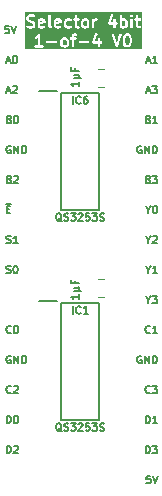
<source format=gto>
%TF.GenerationSoftware,KiCad,Pcbnew,8.0.7*%
%TF.CreationDate,2025-01-17T07:55:23+02:00*%
%TF.ProjectId,Selector 1-of-4 4bit,53656c65-6374-46f7-9220-312d6f662d34,V0*%
%TF.SameCoordinates,Original*%
%TF.FileFunction,Legend,Top*%
%TF.FilePolarity,Positive*%
%FSLAX46Y46*%
G04 Gerber Fmt 4.6, Leading zero omitted, Abs format (unit mm)*
G04 Created by KiCad (PCBNEW 8.0.7) date 2025-01-17 07:55:23*
%MOMM*%
%LPD*%
G01*
G04 APERTURE LIST*
%ADD10C,0.150000*%
%ADD11C,0.200000*%
%ADD12C,0.120000*%
G04 APERTURE END LIST*
D10*
X1477541Y-7573344D02*
X1568255Y-7603582D01*
X1568255Y-7603582D02*
X1598493Y-7633820D01*
X1598493Y-7633820D02*
X1628731Y-7694296D01*
X1628731Y-7694296D02*
X1628731Y-7785010D01*
X1628731Y-7785010D02*
X1598493Y-7845486D01*
X1598493Y-7845486D02*
X1568255Y-7875725D01*
X1568255Y-7875725D02*
X1507779Y-7905963D01*
X1507779Y-7905963D02*
X1265874Y-7905963D01*
X1265874Y-7905963D02*
X1265874Y-7270963D01*
X1265874Y-7270963D02*
X1477541Y-7270963D01*
X1477541Y-7270963D02*
X1538017Y-7301201D01*
X1538017Y-7301201D02*
X1568255Y-7331439D01*
X1568255Y-7331439D02*
X1598493Y-7391915D01*
X1598493Y-7391915D02*
X1598493Y-7452391D01*
X1598493Y-7452391D02*
X1568255Y-7512867D01*
X1568255Y-7512867D02*
X1538017Y-7543105D01*
X1538017Y-7543105D02*
X1477541Y-7573344D01*
X1477541Y-7573344D02*
X1265874Y-7573344D01*
X2021826Y-7270963D02*
X2082303Y-7270963D01*
X2082303Y-7270963D02*
X2142779Y-7301201D01*
X2142779Y-7301201D02*
X2173017Y-7331439D01*
X2173017Y-7331439D02*
X2203255Y-7391915D01*
X2203255Y-7391915D02*
X2233493Y-7512867D01*
X2233493Y-7512867D02*
X2233493Y-7664058D01*
X2233493Y-7664058D02*
X2203255Y-7785010D01*
X2203255Y-7785010D02*
X2173017Y-7845486D01*
X2173017Y-7845486D02*
X2142779Y-7875725D01*
X2142779Y-7875725D02*
X2082303Y-7905963D01*
X2082303Y-7905963D02*
X2021826Y-7905963D01*
X2021826Y-7905963D02*
X1961350Y-7875725D01*
X1961350Y-7875725D02*
X1931112Y-7845486D01*
X1931112Y-7845486D02*
X1900874Y-7785010D01*
X1900874Y-7785010D02*
X1870636Y-7664058D01*
X1870636Y-7664058D02*
X1870636Y-7512867D01*
X1870636Y-7512867D02*
X1900874Y-7391915D01*
X1900874Y-7391915D02*
X1931112Y-7331439D01*
X1931112Y-7331439D02*
X1961350Y-7301201D01*
X1961350Y-7301201D02*
X2021826Y-7270963D01*
X1598493Y-27621201D02*
X1538017Y-27590963D01*
X1538017Y-27590963D02*
X1447303Y-27590963D01*
X1447303Y-27590963D02*
X1356588Y-27621201D01*
X1356588Y-27621201D02*
X1296112Y-27681677D01*
X1296112Y-27681677D02*
X1265874Y-27742153D01*
X1265874Y-27742153D02*
X1235636Y-27863105D01*
X1235636Y-27863105D02*
X1235636Y-27953820D01*
X1235636Y-27953820D02*
X1265874Y-28074772D01*
X1265874Y-28074772D02*
X1296112Y-28135248D01*
X1296112Y-28135248D02*
X1356588Y-28195725D01*
X1356588Y-28195725D02*
X1447303Y-28225963D01*
X1447303Y-28225963D02*
X1507779Y-28225963D01*
X1507779Y-28225963D02*
X1598493Y-28195725D01*
X1598493Y-28195725D02*
X1628731Y-28165486D01*
X1628731Y-28165486D02*
X1628731Y-27953820D01*
X1628731Y-27953820D02*
X1507779Y-27953820D01*
X1900874Y-28225963D02*
X1900874Y-27590963D01*
X1900874Y-27590963D02*
X2263731Y-28225963D01*
X2263731Y-28225963D02*
X2263731Y-27590963D01*
X2566112Y-28225963D02*
X2566112Y-27590963D01*
X2566112Y-27590963D02*
X2717302Y-27590963D01*
X2717302Y-27590963D02*
X2808017Y-27621201D01*
X2808017Y-27621201D02*
X2868493Y-27681677D01*
X2868493Y-27681677D02*
X2898731Y-27742153D01*
X2898731Y-27742153D02*
X2928969Y-27863105D01*
X2928969Y-27863105D02*
X2928969Y-27953820D01*
X2928969Y-27953820D02*
X2898731Y-28074772D01*
X2898731Y-28074772D02*
X2868493Y-28135248D01*
X2868493Y-28135248D02*
X2808017Y-28195725D01*
X2808017Y-28195725D02*
X2717302Y-28225963D01*
X2717302Y-28225963D02*
X2566112Y-28225963D01*
X13248410Y-22843582D02*
X13248410Y-23145963D01*
X13036744Y-22510963D02*
X13248410Y-22843582D01*
X13248410Y-22843582D02*
X13460077Y-22510963D01*
X13611268Y-22510963D02*
X14004363Y-22510963D01*
X14004363Y-22510963D02*
X13792696Y-22752867D01*
X13792696Y-22752867D02*
X13883411Y-22752867D01*
X13883411Y-22752867D02*
X13943887Y-22783105D01*
X13943887Y-22783105D02*
X13974125Y-22813344D01*
X13974125Y-22813344D02*
X14004363Y-22873820D01*
X14004363Y-22873820D02*
X14004363Y-23025010D01*
X14004363Y-23025010D02*
X13974125Y-23085486D01*
X13974125Y-23085486D02*
X13943887Y-23115725D01*
X13943887Y-23115725D02*
X13883411Y-23145963D01*
X13883411Y-23145963D02*
X13701982Y-23145963D01*
X13701982Y-23145963D02*
X13641506Y-23115725D01*
X13641506Y-23115725D02*
X13611268Y-23085486D01*
X13097220Y-5184534D02*
X13399601Y-5184534D01*
X13036744Y-5365963D02*
X13248410Y-4730963D01*
X13248410Y-4730963D02*
X13460077Y-5365963D01*
X13611268Y-4730963D02*
X14004363Y-4730963D01*
X14004363Y-4730963D02*
X13792696Y-4972867D01*
X13792696Y-4972867D02*
X13883411Y-4972867D01*
X13883411Y-4972867D02*
X13943887Y-5003105D01*
X13943887Y-5003105D02*
X13974125Y-5033344D01*
X13974125Y-5033344D02*
X14004363Y-5093820D01*
X14004363Y-5093820D02*
X14004363Y-5245010D01*
X14004363Y-5245010D02*
X13974125Y-5305486D01*
X13974125Y-5305486D02*
X13943887Y-5335725D01*
X13943887Y-5335725D02*
X13883411Y-5365963D01*
X13883411Y-5365963D02*
X13701982Y-5365963D01*
X13701982Y-5365963D02*
X13641506Y-5335725D01*
X13641506Y-5335725D02*
X13611268Y-5305486D01*
X1441255Y349036D02*
X1138874Y349036D01*
X1138874Y349036D02*
X1108636Y46655D01*
X1108636Y46655D02*
X1138874Y76894D01*
X1138874Y76894D02*
X1199350Y107132D01*
X1199350Y107132D02*
X1350541Y107132D01*
X1350541Y107132D02*
X1411017Y76894D01*
X1411017Y76894D02*
X1441255Y46655D01*
X1441255Y46655D02*
X1471493Y-13820D01*
X1471493Y-13820D02*
X1471493Y-165010D01*
X1471493Y-165010D02*
X1441255Y-225486D01*
X1441255Y-225486D02*
X1411017Y-255725D01*
X1411017Y-255725D02*
X1350541Y-285963D01*
X1350541Y-285963D02*
X1199350Y-285963D01*
X1199350Y-285963D02*
X1138874Y-255725D01*
X1138874Y-255725D02*
X1108636Y-225486D01*
X1652922Y349036D02*
X1864588Y-285963D01*
X1864588Y-285963D02*
X2076255Y349036D01*
X13429839Y-37750963D02*
X13127458Y-37750963D01*
X13127458Y-37750963D02*
X13097220Y-38053344D01*
X13097220Y-38053344D02*
X13127458Y-38023105D01*
X13127458Y-38023105D02*
X13187934Y-37992867D01*
X13187934Y-37992867D02*
X13339125Y-37992867D01*
X13339125Y-37992867D02*
X13399601Y-38023105D01*
X13399601Y-38023105D02*
X13429839Y-38053344D01*
X13429839Y-38053344D02*
X13460077Y-38113820D01*
X13460077Y-38113820D02*
X13460077Y-38265010D01*
X13460077Y-38265010D02*
X13429839Y-38325486D01*
X13429839Y-38325486D02*
X13399601Y-38355725D01*
X13399601Y-38355725D02*
X13339125Y-38385963D01*
X13339125Y-38385963D02*
X13187934Y-38385963D01*
X13187934Y-38385963D02*
X13127458Y-38355725D01*
X13127458Y-38355725D02*
X13097220Y-38325486D01*
X13641506Y-37750963D02*
X13853172Y-38385963D01*
X13853172Y-38385963D02*
X14064839Y-37750963D01*
X1265874Y-15193344D02*
X1477541Y-15193344D01*
X1568255Y-15525963D02*
X1265874Y-15525963D01*
X1265874Y-15525963D02*
X1265874Y-14890963D01*
X1265874Y-14890963D02*
X1568255Y-14890963D01*
X1178184Y-14714675D02*
X1625708Y-14714675D01*
X13097220Y-2644534D02*
X13399601Y-2644534D01*
X13036744Y-2825963D02*
X13248410Y-2190963D01*
X13248410Y-2190963D02*
X13460077Y-2825963D01*
X14004363Y-2825963D02*
X13641506Y-2825963D01*
X13822934Y-2825963D02*
X13822934Y-2190963D01*
X13822934Y-2190963D02*
X13762458Y-2281677D01*
X13762458Y-2281677D02*
X13701982Y-2342153D01*
X13701982Y-2342153D02*
X13641506Y-2372391D01*
X1265874Y-33305963D02*
X1265874Y-32670963D01*
X1265874Y-32670963D02*
X1417064Y-32670963D01*
X1417064Y-32670963D02*
X1507779Y-32701201D01*
X1507779Y-32701201D02*
X1568255Y-32761677D01*
X1568255Y-32761677D02*
X1598493Y-32822153D01*
X1598493Y-32822153D02*
X1628731Y-32943105D01*
X1628731Y-32943105D02*
X1628731Y-33033820D01*
X1628731Y-33033820D02*
X1598493Y-33154772D01*
X1598493Y-33154772D02*
X1568255Y-33215248D01*
X1568255Y-33215248D02*
X1507779Y-33275725D01*
X1507779Y-33275725D02*
X1417064Y-33305963D01*
X1417064Y-33305963D02*
X1265874Y-33305963D01*
X2021826Y-32670963D02*
X2082303Y-32670963D01*
X2082303Y-32670963D02*
X2142779Y-32701201D01*
X2142779Y-32701201D02*
X2173017Y-32731439D01*
X2173017Y-32731439D02*
X2203255Y-32791915D01*
X2203255Y-32791915D02*
X2233493Y-32912867D01*
X2233493Y-32912867D02*
X2233493Y-33064058D01*
X2233493Y-33064058D02*
X2203255Y-33185010D01*
X2203255Y-33185010D02*
X2173017Y-33245486D01*
X2173017Y-33245486D02*
X2142779Y-33275725D01*
X2142779Y-33275725D02*
X2082303Y-33305963D01*
X2082303Y-33305963D02*
X2021826Y-33305963D01*
X2021826Y-33305963D02*
X1961350Y-33275725D01*
X1961350Y-33275725D02*
X1931112Y-33245486D01*
X1931112Y-33245486D02*
X1900874Y-33185010D01*
X1900874Y-33185010D02*
X1870636Y-33064058D01*
X1870636Y-33064058D02*
X1870636Y-32912867D01*
X1870636Y-32912867D02*
X1900874Y-32791915D01*
X1900874Y-32791915D02*
X1931112Y-32731439D01*
X1931112Y-32731439D02*
X1961350Y-32701201D01*
X1961350Y-32701201D02*
X2021826Y-32670963D01*
X1235636Y-2644534D02*
X1538017Y-2644534D01*
X1175160Y-2825963D02*
X1386826Y-2190963D01*
X1386826Y-2190963D02*
X1598493Y-2825963D01*
X1931112Y-2190963D02*
X1991589Y-2190963D01*
X1991589Y-2190963D02*
X2052065Y-2221201D01*
X2052065Y-2221201D02*
X2082303Y-2251439D01*
X2082303Y-2251439D02*
X2112541Y-2311915D01*
X2112541Y-2311915D02*
X2142779Y-2432867D01*
X2142779Y-2432867D02*
X2142779Y-2584058D01*
X2142779Y-2584058D02*
X2112541Y-2705010D01*
X2112541Y-2705010D02*
X2082303Y-2765486D01*
X2082303Y-2765486D02*
X2052065Y-2795725D01*
X2052065Y-2795725D02*
X1991589Y-2825963D01*
X1991589Y-2825963D02*
X1931112Y-2825963D01*
X1931112Y-2825963D02*
X1870636Y-2795725D01*
X1870636Y-2795725D02*
X1840398Y-2765486D01*
X1840398Y-2765486D02*
X1810160Y-2705010D01*
X1810160Y-2705010D02*
X1779922Y-2584058D01*
X1779922Y-2584058D02*
X1779922Y-2432867D01*
X1779922Y-2432867D02*
X1810160Y-2311915D01*
X1810160Y-2311915D02*
X1840398Y-2251439D01*
X1840398Y-2251439D02*
X1870636Y-2221201D01*
X1870636Y-2221201D02*
X1931112Y-2190963D01*
X12673887Y-27621201D02*
X12613411Y-27590963D01*
X12613411Y-27590963D02*
X12522697Y-27590963D01*
X12522697Y-27590963D02*
X12431982Y-27621201D01*
X12431982Y-27621201D02*
X12371506Y-27681677D01*
X12371506Y-27681677D02*
X12341268Y-27742153D01*
X12341268Y-27742153D02*
X12311030Y-27863105D01*
X12311030Y-27863105D02*
X12311030Y-27953820D01*
X12311030Y-27953820D02*
X12341268Y-28074772D01*
X12341268Y-28074772D02*
X12371506Y-28135248D01*
X12371506Y-28135248D02*
X12431982Y-28195725D01*
X12431982Y-28195725D02*
X12522697Y-28225963D01*
X12522697Y-28225963D02*
X12583173Y-28225963D01*
X12583173Y-28225963D02*
X12673887Y-28195725D01*
X12673887Y-28195725D02*
X12704125Y-28165486D01*
X12704125Y-28165486D02*
X12704125Y-27953820D01*
X12704125Y-27953820D02*
X12583173Y-27953820D01*
X12976268Y-28225963D02*
X12976268Y-27590963D01*
X12976268Y-27590963D02*
X13339125Y-28225963D01*
X13339125Y-28225963D02*
X13339125Y-27590963D01*
X13641506Y-28225963D02*
X13641506Y-27590963D01*
X13641506Y-27590963D02*
X13792696Y-27590963D01*
X13792696Y-27590963D02*
X13883411Y-27621201D01*
X13883411Y-27621201D02*
X13943887Y-27681677D01*
X13943887Y-27681677D02*
X13974125Y-27742153D01*
X13974125Y-27742153D02*
X14004363Y-27863105D01*
X14004363Y-27863105D02*
X14004363Y-27953820D01*
X14004363Y-27953820D02*
X13974125Y-28074772D01*
X13974125Y-28074772D02*
X13943887Y-28135248D01*
X13943887Y-28135248D02*
X13883411Y-28195725D01*
X13883411Y-28195725D02*
X13792696Y-28225963D01*
X13792696Y-28225963D02*
X13641506Y-28225963D01*
X13248411Y-7573344D02*
X13339125Y-7603582D01*
X13339125Y-7603582D02*
X13369363Y-7633820D01*
X13369363Y-7633820D02*
X13399601Y-7694296D01*
X13399601Y-7694296D02*
X13399601Y-7785010D01*
X13399601Y-7785010D02*
X13369363Y-7845486D01*
X13369363Y-7845486D02*
X13339125Y-7875725D01*
X13339125Y-7875725D02*
X13278649Y-7905963D01*
X13278649Y-7905963D02*
X13036744Y-7905963D01*
X13036744Y-7905963D02*
X13036744Y-7270963D01*
X13036744Y-7270963D02*
X13248411Y-7270963D01*
X13248411Y-7270963D02*
X13308887Y-7301201D01*
X13308887Y-7301201D02*
X13339125Y-7331439D01*
X13339125Y-7331439D02*
X13369363Y-7391915D01*
X13369363Y-7391915D02*
X13369363Y-7452391D01*
X13369363Y-7452391D02*
X13339125Y-7512867D01*
X13339125Y-7512867D02*
X13308887Y-7543105D01*
X13308887Y-7543105D02*
X13248411Y-7573344D01*
X13248411Y-7573344D02*
X13036744Y-7573344D01*
X14004363Y-7905963D02*
X13641506Y-7905963D01*
X13822934Y-7905963D02*
X13822934Y-7270963D01*
X13822934Y-7270963D02*
X13762458Y-7361677D01*
X13762458Y-7361677D02*
X13701982Y-7422153D01*
X13701982Y-7422153D02*
X13641506Y-7452391D01*
X1477541Y-12653344D02*
X1568255Y-12683582D01*
X1568255Y-12683582D02*
X1598493Y-12713820D01*
X1598493Y-12713820D02*
X1628731Y-12774296D01*
X1628731Y-12774296D02*
X1628731Y-12865010D01*
X1628731Y-12865010D02*
X1598493Y-12925486D01*
X1598493Y-12925486D02*
X1568255Y-12955725D01*
X1568255Y-12955725D02*
X1507779Y-12985963D01*
X1507779Y-12985963D02*
X1265874Y-12985963D01*
X1265874Y-12985963D02*
X1265874Y-12350963D01*
X1265874Y-12350963D02*
X1477541Y-12350963D01*
X1477541Y-12350963D02*
X1538017Y-12381201D01*
X1538017Y-12381201D02*
X1568255Y-12411439D01*
X1568255Y-12411439D02*
X1598493Y-12471915D01*
X1598493Y-12471915D02*
X1598493Y-12532391D01*
X1598493Y-12532391D02*
X1568255Y-12592867D01*
X1568255Y-12592867D02*
X1538017Y-12623105D01*
X1538017Y-12623105D02*
X1477541Y-12653344D01*
X1477541Y-12653344D02*
X1265874Y-12653344D01*
X1870636Y-12411439D02*
X1900874Y-12381201D01*
X1900874Y-12381201D02*
X1961350Y-12350963D01*
X1961350Y-12350963D02*
X2112541Y-12350963D01*
X2112541Y-12350963D02*
X2173017Y-12381201D01*
X2173017Y-12381201D02*
X2203255Y-12411439D01*
X2203255Y-12411439D02*
X2233493Y-12471915D01*
X2233493Y-12471915D02*
X2233493Y-12532391D01*
X2233493Y-12532391D02*
X2203255Y-12623105D01*
X2203255Y-12623105D02*
X1840398Y-12985963D01*
X1840398Y-12985963D02*
X2233493Y-12985963D01*
X13248410Y-17763582D02*
X13248410Y-18065963D01*
X13036744Y-17430963D02*
X13248410Y-17763582D01*
X13248410Y-17763582D02*
X13460077Y-17430963D01*
X13641506Y-17491439D02*
X13671744Y-17461201D01*
X13671744Y-17461201D02*
X13732220Y-17430963D01*
X13732220Y-17430963D02*
X13883411Y-17430963D01*
X13883411Y-17430963D02*
X13943887Y-17461201D01*
X13943887Y-17461201D02*
X13974125Y-17491439D01*
X13974125Y-17491439D02*
X14004363Y-17551915D01*
X14004363Y-17551915D02*
X14004363Y-17612391D01*
X14004363Y-17612391D02*
X13974125Y-17703105D01*
X13974125Y-17703105D02*
X13611268Y-18065963D01*
X13611268Y-18065963D02*
X14004363Y-18065963D01*
X13248410Y-20303582D02*
X13248410Y-20605963D01*
X13036744Y-19970963D02*
X13248410Y-20303582D01*
X13248410Y-20303582D02*
X13460077Y-19970963D01*
X14004363Y-20605963D02*
X13641506Y-20605963D01*
X13822934Y-20605963D02*
X13822934Y-19970963D01*
X13822934Y-19970963D02*
X13762458Y-20061677D01*
X13762458Y-20061677D02*
X13701982Y-20122153D01*
X13701982Y-20122153D02*
X13641506Y-20152391D01*
X1235636Y-5184534D02*
X1538017Y-5184534D01*
X1175160Y-5365963D02*
X1386826Y-4730963D01*
X1386826Y-4730963D02*
X1598493Y-5365963D01*
X1779922Y-4791439D02*
X1810160Y-4761201D01*
X1810160Y-4761201D02*
X1870636Y-4730963D01*
X1870636Y-4730963D02*
X2021827Y-4730963D01*
X2021827Y-4730963D02*
X2082303Y-4761201D01*
X2082303Y-4761201D02*
X2112541Y-4791439D01*
X2112541Y-4791439D02*
X2142779Y-4851915D01*
X2142779Y-4851915D02*
X2142779Y-4912391D01*
X2142779Y-4912391D02*
X2112541Y-5003105D01*
X2112541Y-5003105D02*
X1749684Y-5365963D01*
X1749684Y-5365963D02*
X2142779Y-5365963D01*
X1235636Y-20575725D02*
X1326350Y-20605963D01*
X1326350Y-20605963D02*
X1477541Y-20605963D01*
X1477541Y-20605963D02*
X1538017Y-20575725D01*
X1538017Y-20575725D02*
X1568255Y-20545486D01*
X1568255Y-20545486D02*
X1598493Y-20485010D01*
X1598493Y-20485010D02*
X1598493Y-20424534D01*
X1598493Y-20424534D02*
X1568255Y-20364058D01*
X1568255Y-20364058D02*
X1538017Y-20333820D01*
X1538017Y-20333820D02*
X1477541Y-20303582D01*
X1477541Y-20303582D02*
X1356588Y-20273344D01*
X1356588Y-20273344D02*
X1296112Y-20243105D01*
X1296112Y-20243105D02*
X1265874Y-20212867D01*
X1265874Y-20212867D02*
X1235636Y-20152391D01*
X1235636Y-20152391D02*
X1235636Y-20091915D01*
X1235636Y-20091915D02*
X1265874Y-20031439D01*
X1265874Y-20031439D02*
X1296112Y-20001201D01*
X1296112Y-20001201D02*
X1356588Y-19970963D01*
X1356588Y-19970963D02*
X1507779Y-19970963D01*
X1507779Y-19970963D02*
X1598493Y-20001201D01*
X1991588Y-19970963D02*
X2052065Y-19970963D01*
X2052065Y-19970963D02*
X2112541Y-20001201D01*
X2112541Y-20001201D02*
X2142779Y-20031439D01*
X2142779Y-20031439D02*
X2173017Y-20091915D01*
X2173017Y-20091915D02*
X2203255Y-20212867D01*
X2203255Y-20212867D02*
X2203255Y-20364058D01*
X2203255Y-20364058D02*
X2173017Y-20485010D01*
X2173017Y-20485010D02*
X2142779Y-20545486D01*
X2142779Y-20545486D02*
X2112541Y-20575725D01*
X2112541Y-20575725D02*
X2052065Y-20605963D01*
X2052065Y-20605963D02*
X1991588Y-20605963D01*
X1991588Y-20605963D02*
X1931112Y-20575725D01*
X1931112Y-20575725D02*
X1900874Y-20545486D01*
X1900874Y-20545486D02*
X1870636Y-20485010D01*
X1870636Y-20485010D02*
X1840398Y-20364058D01*
X1840398Y-20364058D02*
X1840398Y-20212867D01*
X1840398Y-20212867D02*
X1870636Y-20091915D01*
X1870636Y-20091915D02*
X1900874Y-20031439D01*
X1900874Y-20031439D02*
X1931112Y-20001201D01*
X1931112Y-20001201D02*
X1991588Y-19970963D01*
X13399601Y-25625486D02*
X13369363Y-25655725D01*
X13369363Y-25655725D02*
X13278649Y-25685963D01*
X13278649Y-25685963D02*
X13218173Y-25685963D01*
X13218173Y-25685963D02*
X13127458Y-25655725D01*
X13127458Y-25655725D02*
X13066982Y-25595248D01*
X13066982Y-25595248D02*
X13036744Y-25534772D01*
X13036744Y-25534772D02*
X13006506Y-25413820D01*
X13006506Y-25413820D02*
X13006506Y-25323105D01*
X13006506Y-25323105D02*
X13036744Y-25202153D01*
X13036744Y-25202153D02*
X13066982Y-25141677D01*
X13066982Y-25141677D02*
X13127458Y-25081201D01*
X13127458Y-25081201D02*
X13218173Y-25050963D01*
X13218173Y-25050963D02*
X13278649Y-25050963D01*
X13278649Y-25050963D02*
X13369363Y-25081201D01*
X13369363Y-25081201D02*
X13399601Y-25111439D01*
X14004363Y-25685963D02*
X13641506Y-25685963D01*
X13822934Y-25685963D02*
X13822934Y-25050963D01*
X13822934Y-25050963D02*
X13762458Y-25141677D01*
X13762458Y-25141677D02*
X13701982Y-25202153D01*
X13701982Y-25202153D02*
X13641506Y-25232391D01*
X13399601Y-30705486D02*
X13369363Y-30735725D01*
X13369363Y-30735725D02*
X13278649Y-30765963D01*
X13278649Y-30765963D02*
X13218173Y-30765963D01*
X13218173Y-30765963D02*
X13127458Y-30735725D01*
X13127458Y-30735725D02*
X13066982Y-30675248D01*
X13066982Y-30675248D02*
X13036744Y-30614772D01*
X13036744Y-30614772D02*
X13006506Y-30493820D01*
X13006506Y-30493820D02*
X13006506Y-30403105D01*
X13006506Y-30403105D02*
X13036744Y-30282153D01*
X13036744Y-30282153D02*
X13066982Y-30221677D01*
X13066982Y-30221677D02*
X13127458Y-30161201D01*
X13127458Y-30161201D02*
X13218173Y-30130963D01*
X13218173Y-30130963D02*
X13278649Y-30130963D01*
X13278649Y-30130963D02*
X13369363Y-30161201D01*
X13369363Y-30161201D02*
X13399601Y-30191439D01*
X13611268Y-30130963D02*
X14004363Y-30130963D01*
X14004363Y-30130963D02*
X13792696Y-30372867D01*
X13792696Y-30372867D02*
X13883411Y-30372867D01*
X13883411Y-30372867D02*
X13943887Y-30403105D01*
X13943887Y-30403105D02*
X13974125Y-30433344D01*
X13974125Y-30433344D02*
X14004363Y-30493820D01*
X14004363Y-30493820D02*
X14004363Y-30645010D01*
X14004363Y-30645010D02*
X13974125Y-30705486D01*
X13974125Y-30705486D02*
X13943887Y-30735725D01*
X13943887Y-30735725D02*
X13883411Y-30765963D01*
X13883411Y-30765963D02*
X13701982Y-30765963D01*
X13701982Y-30765963D02*
X13641506Y-30735725D01*
X13641506Y-30735725D02*
X13611268Y-30705486D01*
X13036744Y-33305963D02*
X13036744Y-32670963D01*
X13036744Y-32670963D02*
X13187934Y-32670963D01*
X13187934Y-32670963D02*
X13278649Y-32701201D01*
X13278649Y-32701201D02*
X13339125Y-32761677D01*
X13339125Y-32761677D02*
X13369363Y-32822153D01*
X13369363Y-32822153D02*
X13399601Y-32943105D01*
X13399601Y-32943105D02*
X13399601Y-33033820D01*
X13399601Y-33033820D02*
X13369363Y-33154772D01*
X13369363Y-33154772D02*
X13339125Y-33215248D01*
X13339125Y-33215248D02*
X13278649Y-33275725D01*
X13278649Y-33275725D02*
X13187934Y-33305963D01*
X13187934Y-33305963D02*
X13036744Y-33305963D01*
X14004363Y-33305963D02*
X13641506Y-33305963D01*
X13822934Y-33305963D02*
X13822934Y-32670963D01*
X13822934Y-32670963D02*
X13762458Y-32761677D01*
X13762458Y-32761677D02*
X13701982Y-32822153D01*
X13701982Y-32822153D02*
X13641506Y-32852391D01*
X1235636Y-18035725D02*
X1326350Y-18065963D01*
X1326350Y-18065963D02*
X1477541Y-18065963D01*
X1477541Y-18065963D02*
X1538017Y-18035725D01*
X1538017Y-18035725D02*
X1568255Y-18005486D01*
X1568255Y-18005486D02*
X1598493Y-17945010D01*
X1598493Y-17945010D02*
X1598493Y-17884534D01*
X1598493Y-17884534D02*
X1568255Y-17824058D01*
X1568255Y-17824058D02*
X1538017Y-17793820D01*
X1538017Y-17793820D02*
X1477541Y-17763582D01*
X1477541Y-17763582D02*
X1356588Y-17733344D01*
X1356588Y-17733344D02*
X1296112Y-17703105D01*
X1296112Y-17703105D02*
X1265874Y-17672867D01*
X1265874Y-17672867D02*
X1235636Y-17612391D01*
X1235636Y-17612391D02*
X1235636Y-17551915D01*
X1235636Y-17551915D02*
X1265874Y-17491439D01*
X1265874Y-17491439D02*
X1296112Y-17461201D01*
X1296112Y-17461201D02*
X1356588Y-17430963D01*
X1356588Y-17430963D02*
X1507779Y-17430963D01*
X1507779Y-17430963D02*
X1598493Y-17461201D01*
X2203255Y-18065963D02*
X1840398Y-18065963D01*
X2021826Y-18065963D02*
X2021826Y-17430963D01*
X2021826Y-17430963D02*
X1961350Y-17521677D01*
X1961350Y-17521677D02*
X1900874Y-17582153D01*
X1900874Y-17582153D02*
X1840398Y-17612391D01*
X1628731Y-30705486D02*
X1598493Y-30735725D01*
X1598493Y-30735725D02*
X1507779Y-30765963D01*
X1507779Y-30765963D02*
X1447303Y-30765963D01*
X1447303Y-30765963D02*
X1356588Y-30735725D01*
X1356588Y-30735725D02*
X1296112Y-30675248D01*
X1296112Y-30675248D02*
X1265874Y-30614772D01*
X1265874Y-30614772D02*
X1235636Y-30493820D01*
X1235636Y-30493820D02*
X1235636Y-30403105D01*
X1235636Y-30403105D02*
X1265874Y-30282153D01*
X1265874Y-30282153D02*
X1296112Y-30221677D01*
X1296112Y-30221677D02*
X1356588Y-30161201D01*
X1356588Y-30161201D02*
X1447303Y-30130963D01*
X1447303Y-30130963D02*
X1507779Y-30130963D01*
X1507779Y-30130963D02*
X1598493Y-30161201D01*
X1598493Y-30161201D02*
X1628731Y-30191439D01*
X1870636Y-30191439D02*
X1900874Y-30161201D01*
X1900874Y-30161201D02*
X1961350Y-30130963D01*
X1961350Y-30130963D02*
X2112541Y-30130963D01*
X2112541Y-30130963D02*
X2173017Y-30161201D01*
X2173017Y-30161201D02*
X2203255Y-30191439D01*
X2203255Y-30191439D02*
X2233493Y-30251915D01*
X2233493Y-30251915D02*
X2233493Y-30312391D01*
X2233493Y-30312391D02*
X2203255Y-30403105D01*
X2203255Y-30403105D02*
X1840398Y-30765963D01*
X1840398Y-30765963D02*
X2233493Y-30765963D01*
X13248410Y-15223582D02*
X13248410Y-15525963D01*
X13036744Y-14890963D02*
X13248410Y-15223582D01*
X13248410Y-15223582D02*
X13460077Y-14890963D01*
X13792696Y-14890963D02*
X13853173Y-14890963D01*
X13853173Y-14890963D02*
X13913649Y-14921201D01*
X13913649Y-14921201D02*
X13943887Y-14951439D01*
X13943887Y-14951439D02*
X13974125Y-15011915D01*
X13974125Y-15011915D02*
X14004363Y-15132867D01*
X14004363Y-15132867D02*
X14004363Y-15284058D01*
X14004363Y-15284058D02*
X13974125Y-15405010D01*
X13974125Y-15405010D02*
X13943887Y-15465486D01*
X13943887Y-15465486D02*
X13913649Y-15495725D01*
X13913649Y-15495725D02*
X13853173Y-15525963D01*
X13853173Y-15525963D02*
X13792696Y-15525963D01*
X13792696Y-15525963D02*
X13732220Y-15495725D01*
X13732220Y-15495725D02*
X13701982Y-15465486D01*
X13701982Y-15465486D02*
X13671744Y-15405010D01*
X13671744Y-15405010D02*
X13641506Y-15284058D01*
X13641506Y-15284058D02*
X13641506Y-15132867D01*
X13641506Y-15132867D02*
X13671744Y-15011915D01*
X13671744Y-15011915D02*
X13701982Y-14951439D01*
X13701982Y-14951439D02*
X13732220Y-14921201D01*
X13732220Y-14921201D02*
X13792696Y-14890963D01*
X12673887Y-9841201D02*
X12613411Y-9810963D01*
X12613411Y-9810963D02*
X12522697Y-9810963D01*
X12522697Y-9810963D02*
X12431982Y-9841201D01*
X12431982Y-9841201D02*
X12371506Y-9901677D01*
X12371506Y-9901677D02*
X12341268Y-9962153D01*
X12341268Y-9962153D02*
X12311030Y-10083105D01*
X12311030Y-10083105D02*
X12311030Y-10173820D01*
X12311030Y-10173820D02*
X12341268Y-10294772D01*
X12341268Y-10294772D02*
X12371506Y-10355248D01*
X12371506Y-10355248D02*
X12431982Y-10415725D01*
X12431982Y-10415725D02*
X12522697Y-10445963D01*
X12522697Y-10445963D02*
X12583173Y-10445963D01*
X12583173Y-10445963D02*
X12673887Y-10415725D01*
X12673887Y-10415725D02*
X12704125Y-10385486D01*
X12704125Y-10385486D02*
X12704125Y-10173820D01*
X12704125Y-10173820D02*
X12583173Y-10173820D01*
X12976268Y-10445963D02*
X12976268Y-9810963D01*
X12976268Y-9810963D02*
X13339125Y-10445963D01*
X13339125Y-10445963D02*
X13339125Y-9810963D01*
X13641506Y-10445963D02*
X13641506Y-9810963D01*
X13641506Y-9810963D02*
X13792696Y-9810963D01*
X13792696Y-9810963D02*
X13883411Y-9841201D01*
X13883411Y-9841201D02*
X13943887Y-9901677D01*
X13943887Y-9901677D02*
X13974125Y-9962153D01*
X13974125Y-9962153D02*
X14004363Y-10083105D01*
X14004363Y-10083105D02*
X14004363Y-10173820D01*
X14004363Y-10173820D02*
X13974125Y-10294772D01*
X13974125Y-10294772D02*
X13943887Y-10355248D01*
X13943887Y-10355248D02*
X13883411Y-10415725D01*
X13883411Y-10415725D02*
X13792696Y-10445963D01*
X13792696Y-10445963D02*
X13641506Y-10445963D01*
X13248411Y-12653344D02*
X13339125Y-12683582D01*
X13339125Y-12683582D02*
X13369363Y-12713820D01*
X13369363Y-12713820D02*
X13399601Y-12774296D01*
X13399601Y-12774296D02*
X13399601Y-12865010D01*
X13399601Y-12865010D02*
X13369363Y-12925486D01*
X13369363Y-12925486D02*
X13339125Y-12955725D01*
X13339125Y-12955725D02*
X13278649Y-12985963D01*
X13278649Y-12985963D02*
X13036744Y-12985963D01*
X13036744Y-12985963D02*
X13036744Y-12350963D01*
X13036744Y-12350963D02*
X13248411Y-12350963D01*
X13248411Y-12350963D02*
X13308887Y-12381201D01*
X13308887Y-12381201D02*
X13339125Y-12411439D01*
X13339125Y-12411439D02*
X13369363Y-12471915D01*
X13369363Y-12471915D02*
X13369363Y-12532391D01*
X13369363Y-12532391D02*
X13339125Y-12592867D01*
X13339125Y-12592867D02*
X13308887Y-12623105D01*
X13308887Y-12623105D02*
X13248411Y-12653344D01*
X13248411Y-12653344D02*
X13036744Y-12653344D01*
X13611268Y-12350963D02*
X14004363Y-12350963D01*
X14004363Y-12350963D02*
X13792696Y-12592867D01*
X13792696Y-12592867D02*
X13883411Y-12592867D01*
X13883411Y-12592867D02*
X13943887Y-12623105D01*
X13943887Y-12623105D02*
X13974125Y-12653344D01*
X13974125Y-12653344D02*
X14004363Y-12713820D01*
X14004363Y-12713820D02*
X14004363Y-12865010D01*
X14004363Y-12865010D02*
X13974125Y-12925486D01*
X13974125Y-12925486D02*
X13943887Y-12955725D01*
X13943887Y-12955725D02*
X13883411Y-12985963D01*
X13883411Y-12985963D02*
X13701982Y-12985963D01*
X13701982Y-12985963D02*
X13641506Y-12955725D01*
X13641506Y-12955725D02*
X13611268Y-12925486D01*
X1265874Y-35845963D02*
X1265874Y-35210963D01*
X1265874Y-35210963D02*
X1417064Y-35210963D01*
X1417064Y-35210963D02*
X1507779Y-35241201D01*
X1507779Y-35241201D02*
X1568255Y-35301677D01*
X1568255Y-35301677D02*
X1598493Y-35362153D01*
X1598493Y-35362153D02*
X1628731Y-35483105D01*
X1628731Y-35483105D02*
X1628731Y-35573820D01*
X1628731Y-35573820D02*
X1598493Y-35694772D01*
X1598493Y-35694772D02*
X1568255Y-35755248D01*
X1568255Y-35755248D02*
X1507779Y-35815725D01*
X1507779Y-35815725D02*
X1417064Y-35845963D01*
X1417064Y-35845963D02*
X1265874Y-35845963D01*
X1870636Y-35271439D02*
X1900874Y-35241201D01*
X1900874Y-35241201D02*
X1961350Y-35210963D01*
X1961350Y-35210963D02*
X2112541Y-35210963D01*
X2112541Y-35210963D02*
X2173017Y-35241201D01*
X2173017Y-35241201D02*
X2203255Y-35271439D01*
X2203255Y-35271439D02*
X2233493Y-35331915D01*
X2233493Y-35331915D02*
X2233493Y-35392391D01*
X2233493Y-35392391D02*
X2203255Y-35483105D01*
X2203255Y-35483105D02*
X1840398Y-35845963D01*
X1840398Y-35845963D02*
X2233493Y-35845963D01*
D11*
G36*
X6283001Y-854357D02*
G01*
X6307670Y-879025D01*
X6337475Y-938635D01*
X6337475Y-1177135D01*
X6307670Y-1236743D01*
X6283001Y-1261413D01*
X6223392Y-1291219D01*
X6127749Y-1291219D01*
X6068139Y-1261414D01*
X6043472Y-1236746D01*
X6013666Y-1177134D01*
X6013666Y-938635D01*
X6043471Y-879025D01*
X6068139Y-854356D01*
X6127749Y-824552D01*
X6223392Y-824552D01*
X6283001Y-854357D01*
G37*
G36*
X11568716Y-521024D02*
G01*
X11593385Y-545692D01*
X11628838Y-616599D01*
X11670809Y-784480D01*
X11670809Y-997956D01*
X11628838Y-1165837D01*
X11593385Y-1236743D01*
X11568716Y-1261413D01*
X11509107Y-1291219D01*
X11461083Y-1291219D01*
X11401473Y-1261414D01*
X11376806Y-1236746D01*
X11341351Y-1165837D01*
X11299381Y-997956D01*
X11299381Y-784481D01*
X11341351Y-616599D01*
X11376805Y-545692D01*
X11401473Y-521023D01*
X11461083Y-491219D01*
X11509107Y-491219D01*
X11568716Y-521024D01*
G37*
G36*
X4339129Y763235D02*
G01*
X4356579Y728335D01*
X4085094Y674038D01*
X4085094Y718926D01*
X4107249Y763236D01*
X4151558Y785391D01*
X4294820Y785391D01*
X4339129Y763235D01*
G37*
G36*
X5720082Y763235D02*
G01*
X5737532Y728335D01*
X5466047Y674038D01*
X5466047Y718926D01*
X5488202Y763236D01*
X5532511Y785391D01*
X5675773Y785391D01*
X5720082Y763235D01*
G37*
G36*
X8021097Y755585D02*
G01*
X8045766Y730917D01*
X8075571Y671308D01*
X8075571Y432808D01*
X8045766Y373198D01*
X8021095Y348527D01*
X7961489Y318724D01*
X7865844Y318724D01*
X7806236Y348528D01*
X7781567Y373198D01*
X7751762Y432808D01*
X7751762Y671307D01*
X7781567Y730917D01*
X7806235Y755586D01*
X7865845Y785391D01*
X7961488Y785391D01*
X8021097Y755585D01*
G37*
G36*
X11259193Y755585D02*
G01*
X11283862Y730917D01*
X11313667Y671308D01*
X11313667Y432808D01*
X11283862Y373198D01*
X11259191Y348527D01*
X11199585Y318724D01*
X11056321Y318724D01*
X11037477Y328146D01*
X11037477Y775968D01*
X11056322Y785391D01*
X11199584Y785391D01*
X11259193Y755585D01*
G37*
G36*
X12765714Y-1602330D02*
G01*
X2821602Y-1602330D01*
X2821602Y-664426D01*
X3623975Y-664426D01*
X3626741Y-703346D01*
X3644190Y-738245D01*
X3673667Y-763809D01*
X3710683Y-776148D01*
X3749603Y-773382D01*
X3767911Y-766376D01*
X3863149Y-718757D01*
X3871545Y-713471D01*
X3873985Y-712461D01*
X3876731Y-710207D01*
X3879739Y-708314D01*
X3881468Y-706319D01*
X3889139Y-700025D01*
X3908904Y-680260D01*
X3908904Y-1291219D01*
X3723190Y-1291219D01*
X3703681Y-1293140D01*
X3667633Y-1308072D01*
X3640043Y-1335662D01*
X3625111Y-1371710D01*
X3625111Y-1410728D01*
X3640043Y-1446776D01*
X3667633Y-1474366D01*
X3703681Y-1489298D01*
X3723190Y-1491219D01*
X4294618Y-1491219D01*
X4314127Y-1489298D01*
X4350175Y-1474366D01*
X4377765Y-1446776D01*
X4392697Y-1410728D01*
X4392697Y-1371710D01*
X4377765Y-1335662D01*
X4350175Y-1308072D01*
X4314127Y-1293140D01*
X4294618Y-1291219D01*
X4108904Y-1291219D01*
X4108904Y-990757D01*
X4625111Y-990757D01*
X4625111Y-1029775D01*
X4640043Y-1065823D01*
X4667633Y-1093413D01*
X4703681Y-1108345D01*
X4723190Y-1110266D01*
X5485095Y-1110266D01*
X5504604Y-1108345D01*
X5540652Y-1093413D01*
X5568242Y-1065823D01*
X5583174Y-1029775D01*
X5583174Y-990757D01*
X5568242Y-954709D01*
X5540652Y-927119D01*
X5511463Y-915028D01*
X5813666Y-915028D01*
X5813666Y-1200742D01*
X5815587Y-1220251D01*
X5816962Y-1223571D01*
X5817217Y-1227155D01*
X5824223Y-1245463D01*
X5871842Y-1340701D01*
X5877125Y-1349093D01*
X5878137Y-1351537D01*
X5880393Y-1354286D01*
X5882285Y-1357291D01*
X5884279Y-1359020D01*
X5890574Y-1366690D01*
X5938192Y-1414310D01*
X5945860Y-1420603D01*
X5947592Y-1422600D01*
X5950600Y-1424493D01*
X5953346Y-1426747D01*
X5955786Y-1427757D01*
X5964183Y-1433043D01*
X6059420Y-1480662D01*
X6077729Y-1487668D01*
X6081312Y-1487922D01*
X6084633Y-1489298D01*
X6104142Y-1491219D01*
X6246999Y-1491219D01*
X6266508Y-1489298D01*
X6269828Y-1487922D01*
X6273412Y-1487668D01*
X6291720Y-1480662D01*
X6386958Y-1433043D01*
X6395353Y-1427758D01*
X6397795Y-1426747D01*
X6400542Y-1424491D01*
X6403548Y-1422600D01*
X6405278Y-1420605D01*
X6412948Y-1414310D01*
X6460567Y-1366690D01*
X6466859Y-1359023D01*
X6468856Y-1357292D01*
X6470749Y-1354284D01*
X6473004Y-1351537D01*
X6474015Y-1349095D01*
X6479299Y-1340701D01*
X6526918Y-1245464D01*
X6533924Y-1227155D01*
X6534178Y-1223571D01*
X6535554Y-1220251D01*
X6537475Y-1200742D01*
X6537475Y-915028D01*
X6535554Y-895519D01*
X6534178Y-892198D01*
X6533924Y-888615D01*
X6526918Y-870306D01*
X6479299Y-775069D01*
X6474013Y-766672D01*
X6473003Y-764232D01*
X6470749Y-761486D01*
X6468856Y-758478D01*
X6466858Y-756745D01*
X6460566Y-749079D01*
X6416531Y-705043D01*
X6625111Y-705043D01*
X6625111Y-744061D01*
X6640043Y-780109D01*
X6667633Y-807699D01*
X6703681Y-822631D01*
X6723190Y-824552D01*
X6766047Y-824552D01*
X6766047Y-1391219D01*
X6767968Y-1410728D01*
X6782900Y-1446776D01*
X6810490Y-1474366D01*
X6846538Y-1489298D01*
X6885556Y-1489298D01*
X6921604Y-1474366D01*
X6949194Y-1446776D01*
X6964126Y-1410728D01*
X6966047Y-1391219D01*
X6966047Y-990757D01*
X7339397Y-990757D01*
X7339397Y-1029775D01*
X7354329Y-1065823D01*
X7381919Y-1093413D01*
X7417967Y-1108345D01*
X7437476Y-1110266D01*
X8199381Y-1110266D01*
X8218890Y-1108345D01*
X8254938Y-1093413D01*
X8282528Y-1065823D01*
X8290997Y-1045378D01*
X8528737Y-1045378D01*
X8529873Y-1061362D01*
X8529873Y-1077394D01*
X8531248Y-1080714D01*
X8531503Y-1084298D01*
X8538670Y-1098633D01*
X8544805Y-1113442D01*
X8547345Y-1115982D01*
X8548953Y-1119197D01*
X8561064Y-1129701D01*
X8572395Y-1141032D01*
X8575713Y-1142406D01*
X8578429Y-1144762D01*
X8593638Y-1149831D01*
X8608443Y-1155964D01*
X8613543Y-1156466D01*
X8615445Y-1157100D01*
X8618078Y-1156912D01*
X8627952Y-1157885D01*
X9004142Y-1157885D01*
X9004142Y-1391219D01*
X9006063Y-1410728D01*
X9020995Y-1446776D01*
X9048585Y-1474366D01*
X9084633Y-1489298D01*
X9123651Y-1489298D01*
X9159699Y-1474366D01*
X9187289Y-1446776D01*
X9202221Y-1410728D01*
X9204142Y-1391219D01*
X9204142Y-1157885D01*
X9246999Y-1157885D01*
X9266508Y-1155964D01*
X9302556Y-1141032D01*
X9330146Y-1113442D01*
X9345078Y-1077394D01*
X9345078Y-1038376D01*
X9330146Y-1002328D01*
X9302556Y-974738D01*
X9266508Y-959806D01*
X9246999Y-957885D01*
X9204142Y-957885D01*
X9204142Y-724552D01*
X9202221Y-705043D01*
X9187289Y-668995D01*
X9159699Y-641405D01*
X9123651Y-626473D01*
X9084633Y-626473D01*
X9048585Y-641405D01*
X9020995Y-668995D01*
X9006063Y-705043D01*
X9004142Y-724552D01*
X9004142Y-957885D01*
X8766694Y-957885D01*
X8951414Y-403726D01*
X10147785Y-403726D01*
X10152132Y-422842D01*
X10485465Y-1422841D01*
X10493456Y-1440742D01*
X10498139Y-1446141D01*
X10501334Y-1452531D01*
X10510805Y-1460746D01*
X10519021Y-1470218D01*
X10525409Y-1473412D01*
X10530810Y-1478096D01*
X10542711Y-1482063D01*
X10553920Y-1487667D01*
X10561044Y-1488173D01*
X10567826Y-1490434D01*
X10580335Y-1489544D01*
X10592840Y-1490434D01*
X10599618Y-1488174D01*
X10606746Y-1487668D01*
X10617962Y-1482059D01*
X10629856Y-1478095D01*
X10635253Y-1473414D01*
X10641645Y-1470218D01*
X10649863Y-1460742D01*
X10659332Y-1452530D01*
X10662525Y-1446143D01*
X10667210Y-1440742D01*
X10675201Y-1422842D01*
X10892091Y-772171D01*
X11099381Y-772171D01*
X11099381Y-1010266D01*
X11099716Y-1013668D01*
X11099499Y-1015127D01*
X11100578Y-1022424D01*
X11101302Y-1029775D01*
X11101866Y-1031138D01*
X11102367Y-1034520D01*
X11149986Y-1224995D01*
X11150499Y-1226432D01*
X11150551Y-1227155D01*
X11153659Y-1235279D01*
X11156581Y-1243456D01*
X11157011Y-1244036D01*
X11157557Y-1245463D01*
X11205176Y-1340701D01*
X11210459Y-1349093D01*
X11211471Y-1351537D01*
X11213727Y-1354286D01*
X11215619Y-1357291D01*
X11217613Y-1359020D01*
X11223908Y-1366690D01*
X11271526Y-1414310D01*
X11279194Y-1420603D01*
X11280926Y-1422600D01*
X11283934Y-1424493D01*
X11286680Y-1426747D01*
X11289120Y-1427757D01*
X11297517Y-1433043D01*
X11392754Y-1480662D01*
X11411063Y-1487668D01*
X11414646Y-1487922D01*
X11417967Y-1489298D01*
X11437476Y-1491219D01*
X11532714Y-1491219D01*
X11552223Y-1489298D01*
X11555543Y-1487922D01*
X11559127Y-1487668D01*
X11577435Y-1480662D01*
X11672673Y-1433043D01*
X11681068Y-1427758D01*
X11683510Y-1426747D01*
X11686257Y-1424491D01*
X11689263Y-1422600D01*
X11690993Y-1420605D01*
X11698663Y-1414310D01*
X11746282Y-1366690D01*
X11752574Y-1359023D01*
X11754571Y-1357292D01*
X11756464Y-1354284D01*
X11758719Y-1351537D01*
X11759730Y-1349095D01*
X11765014Y-1340701D01*
X11812633Y-1245464D01*
X11813179Y-1244035D01*
X11813609Y-1243456D01*
X11816530Y-1235279D01*
X11819639Y-1227155D01*
X11819690Y-1226434D01*
X11820204Y-1224996D01*
X11867823Y-1034520D01*
X11868323Y-1031138D01*
X11868888Y-1029775D01*
X11869611Y-1022424D01*
X11870691Y-1015127D01*
X11870473Y-1013668D01*
X11870809Y-1010266D01*
X11870809Y-772171D01*
X11870473Y-768768D01*
X11870691Y-767310D01*
X11869611Y-760012D01*
X11868888Y-752662D01*
X11868323Y-751298D01*
X11867823Y-747917D01*
X11820204Y-557441D01*
X11819690Y-556002D01*
X11819639Y-555282D01*
X11816530Y-547157D01*
X11813609Y-538981D01*
X11813179Y-538401D01*
X11812633Y-536973D01*
X11765014Y-441736D01*
X11759728Y-433339D01*
X11758718Y-430899D01*
X11756464Y-428153D01*
X11754571Y-425145D01*
X11752573Y-423412D01*
X11746281Y-415746D01*
X11698663Y-368127D01*
X11690992Y-361832D01*
X11689263Y-359838D01*
X11686255Y-357944D01*
X11683509Y-355691D01*
X11681069Y-354680D01*
X11672673Y-349395D01*
X11577435Y-301776D01*
X11559127Y-294770D01*
X11555543Y-294515D01*
X11552223Y-293140D01*
X11532714Y-291219D01*
X11437476Y-291219D01*
X11417967Y-293140D01*
X11414646Y-294515D01*
X11411063Y-294770D01*
X11392754Y-301776D01*
X11297517Y-349395D01*
X11289120Y-354680D01*
X11286680Y-355691D01*
X11283934Y-357944D01*
X11280926Y-359838D01*
X11279193Y-361835D01*
X11271527Y-368128D01*
X11223908Y-415746D01*
X11217613Y-423416D01*
X11215619Y-425146D01*
X11213725Y-428153D01*
X11211472Y-430900D01*
X11210461Y-433339D01*
X11205176Y-441736D01*
X11157557Y-536974D01*
X11157011Y-538400D01*
X11156581Y-538981D01*
X11153659Y-547157D01*
X11150551Y-555282D01*
X11150499Y-556004D01*
X11149986Y-557442D01*
X11102367Y-747917D01*
X11101866Y-751298D01*
X11101302Y-752662D01*
X11100578Y-760012D01*
X11099499Y-767310D01*
X11099716Y-768768D01*
X11099381Y-772171D01*
X10892091Y-772171D01*
X11008534Y-422842D01*
X11012881Y-403727D01*
X11010115Y-364807D01*
X10992665Y-329908D01*
X10963189Y-304343D01*
X10926173Y-292004D01*
X10887253Y-294771D01*
X10852354Y-312220D01*
X10826789Y-341696D01*
X10818798Y-359597D01*
X10580333Y-1074991D01*
X10341868Y-359596D01*
X10333877Y-341696D01*
X10308312Y-312220D01*
X10273413Y-294770D01*
X10234493Y-292004D01*
X10197477Y-304342D01*
X10168001Y-329907D01*
X10150551Y-364806D01*
X10147785Y-403726D01*
X8951414Y-403726D01*
X8960915Y-375223D01*
X8965262Y-356108D01*
X8962496Y-317188D01*
X8945046Y-282289D01*
X8915570Y-256724D01*
X8878554Y-244385D01*
X8839634Y-247152D01*
X8804735Y-264601D01*
X8779170Y-294077D01*
X8771179Y-311978D01*
X8533084Y-1026262D01*
X8530884Y-1035933D01*
X8529873Y-1038376D01*
X8529873Y-1040382D01*
X8528737Y-1045378D01*
X8290997Y-1045378D01*
X8297460Y-1029775D01*
X8297460Y-990757D01*
X8282528Y-954709D01*
X8254938Y-927119D01*
X8218890Y-912187D01*
X8199381Y-910266D01*
X7437476Y-910266D01*
X7417967Y-912187D01*
X7381919Y-927119D01*
X7354329Y-954709D01*
X7339397Y-990757D01*
X6966047Y-990757D01*
X6966047Y-824552D01*
X7104142Y-824552D01*
X7123651Y-822631D01*
X7159699Y-807699D01*
X7187289Y-780109D01*
X7202221Y-744061D01*
X7202221Y-705043D01*
X7187289Y-668995D01*
X7159699Y-641405D01*
X7123651Y-626473D01*
X7104142Y-624552D01*
X6966047Y-624552D01*
X6966047Y-557683D01*
X6988202Y-513373D01*
X7032511Y-491219D01*
X7104142Y-491219D01*
X7123651Y-489298D01*
X7159699Y-474366D01*
X7187289Y-446776D01*
X7202221Y-410728D01*
X7202221Y-371710D01*
X7187289Y-335662D01*
X7159699Y-308072D01*
X7123651Y-293140D01*
X7104142Y-291219D01*
X7008904Y-291219D01*
X6989395Y-293140D01*
X6986074Y-294515D01*
X6982491Y-294770D01*
X6964182Y-301776D01*
X6868945Y-349395D01*
X6865681Y-351449D01*
X6864143Y-351962D01*
X6862227Y-353623D01*
X6852354Y-359838D01*
X6844136Y-369313D01*
X6834666Y-377527D01*
X6828452Y-387398D01*
X6826790Y-389315D01*
X6826276Y-390853D01*
X6824223Y-394117D01*
X6776604Y-489355D01*
X6769598Y-507663D01*
X6769343Y-511246D01*
X6767968Y-514567D01*
X6766047Y-534076D01*
X6766047Y-624552D01*
X6723190Y-624552D01*
X6703681Y-626473D01*
X6667633Y-641405D01*
X6640043Y-668995D01*
X6625111Y-705043D01*
X6416531Y-705043D01*
X6412948Y-701460D01*
X6405277Y-695165D01*
X6403548Y-693171D01*
X6400540Y-691277D01*
X6397794Y-689024D01*
X6395354Y-688013D01*
X6386958Y-682728D01*
X6291720Y-635109D01*
X6273412Y-628103D01*
X6269828Y-627848D01*
X6266508Y-626473D01*
X6246999Y-624552D01*
X6104142Y-624552D01*
X6084633Y-626473D01*
X6081312Y-627848D01*
X6077729Y-628103D01*
X6059420Y-635109D01*
X5964183Y-682728D01*
X5955786Y-688013D01*
X5953346Y-689024D01*
X5950600Y-691277D01*
X5947592Y-693171D01*
X5945859Y-695168D01*
X5938193Y-701461D01*
X5890574Y-749079D01*
X5884279Y-756749D01*
X5882285Y-758479D01*
X5880391Y-761486D01*
X5878138Y-764233D01*
X5877127Y-766672D01*
X5871842Y-775069D01*
X5824223Y-870307D01*
X5817217Y-888615D01*
X5816962Y-892198D01*
X5815587Y-895519D01*
X5813666Y-915028D01*
X5511463Y-915028D01*
X5504604Y-912187D01*
X5485095Y-910266D01*
X4723190Y-910266D01*
X4703681Y-912187D01*
X4667633Y-927119D01*
X4640043Y-954709D01*
X4625111Y-990757D01*
X4108904Y-990757D01*
X4108904Y-391219D01*
X4108897Y-391148D01*
X4108904Y-391114D01*
X4108883Y-391012D01*
X4106983Y-371710D01*
X4103193Y-362561D01*
X4101252Y-352854D01*
X4095800Y-344713D01*
X4092051Y-335662D01*
X4085051Y-328662D01*
X4079541Y-320434D01*
X4071386Y-314997D01*
X4064461Y-308072D01*
X4055317Y-304284D01*
X4047076Y-298790D01*
X4037462Y-296888D01*
X4028413Y-293140D01*
X4018512Y-293140D01*
X4008800Y-291219D01*
X3999195Y-293140D01*
X3989395Y-293140D01*
X3980246Y-296929D01*
X3970539Y-298871D01*
X3962398Y-304322D01*
X3953347Y-308072D01*
X3946347Y-315071D01*
X3938119Y-320582D01*
X3925830Y-335588D01*
X3925757Y-335662D01*
X3925743Y-335694D01*
X3925699Y-335749D01*
X3835955Y-470365D01*
X3759191Y-547128D01*
X3678469Y-587490D01*
X3661878Y-597933D01*
X3636314Y-627410D01*
X3623975Y-664426D01*
X2821602Y-664426D01*
X2821602Y1028248D01*
X2932713Y1028248D01*
X2932713Y933010D01*
X2934634Y913501D01*
X2936009Y910180D01*
X2936264Y906597D01*
X2943270Y888289D01*
X2990889Y793051D01*
X2996174Y784654D01*
X2997185Y782215D01*
X2999438Y779468D01*
X3001332Y776461D01*
X3003326Y774731D01*
X3009621Y767061D01*
X3057240Y719443D01*
X3064906Y713150D01*
X3066639Y711153D01*
X3069647Y709259D01*
X3072393Y707006D01*
X3074833Y705995D01*
X3083230Y700710D01*
X3178467Y653091D01*
X3179895Y652544D01*
X3180475Y652115D01*
X3188651Y649193D01*
X3196776Y646085D01*
X3197496Y646033D01*
X3198935Y645520D01*
X3378760Y600563D01*
X3449667Y565109D01*
X3474336Y540441D01*
X3504141Y480832D01*
X3504141Y432808D01*
X3474336Y373198D01*
X3449665Y348527D01*
X3390059Y318724D01*
X3191798Y318724D01*
X3064336Y361212D01*
X3045221Y365559D01*
X3006301Y362793D01*
X2971402Y345344D01*
X2945837Y315868D01*
X2933498Y278852D01*
X2936264Y239932D01*
X2953713Y205033D01*
X2983189Y179468D01*
X3001090Y171476D01*
X3143947Y123856D01*
X3153619Y121656D01*
X3156061Y120645D01*
X3159598Y120296D01*
X3163062Y119509D01*
X3165696Y119696D01*
X3175570Y118724D01*
X3413665Y118724D01*
X3433174Y120645D01*
X3436493Y122020D01*
X3440079Y122275D01*
X3458387Y129282D01*
X3553625Y176902D01*
X3562020Y182186D01*
X3564460Y183197D01*
X3567205Y185450D01*
X3570216Y187345D01*
X3571947Y189341D01*
X3579614Y195633D01*
X3627232Y243252D01*
X3633524Y250918D01*
X3635522Y252651D01*
X3637415Y255659D01*
X3639669Y258405D01*
X3640679Y260845D01*
X3645965Y269242D01*
X3693584Y364479D01*
X3700590Y382788D01*
X3700844Y386371D01*
X3702220Y389692D01*
X3704141Y409201D01*
X3704141Y504439D01*
X3702220Y523948D01*
X3700844Y527268D01*
X3700590Y530852D01*
X3693584Y549161D01*
X3645965Y644398D01*
X3640679Y652794D01*
X3639669Y655235D01*
X3637415Y657980D01*
X3635522Y660989D01*
X3633524Y662721D01*
X3627232Y670388D01*
X3579614Y718007D01*
X3571943Y724301D01*
X3570214Y726296D01*
X3567206Y728189D01*
X3564460Y730443D01*
X3562020Y731453D01*
X3553624Y736739D01*
X3542034Y742534D01*
X3885094Y742534D01*
X3885094Y361582D01*
X3887015Y342073D01*
X3888390Y338752D01*
X3888645Y335169D01*
X3895651Y316861D01*
X3943270Y221623D01*
X3945322Y218362D01*
X3945836Y216822D01*
X3947499Y214904D01*
X3953713Y205033D01*
X3963185Y196817D01*
X3971401Y187345D01*
X3981272Y181131D01*
X3983190Y179468D01*
X3984730Y178954D01*
X3987991Y176902D01*
X4083229Y129282D01*
X4101538Y122275D01*
X4105121Y122020D01*
X4108442Y120645D01*
X4127951Y118724D01*
X4318427Y118724D01*
X4337936Y120645D01*
X4341255Y122020D01*
X4344841Y122275D01*
X4363149Y129282D01*
X4458387Y176902D01*
X4474978Y187345D01*
X4500542Y216822D01*
X4512880Y253838D01*
X4510114Y292758D01*
X4492665Y327656D01*
X4463188Y353221D01*
X4426172Y365559D01*
X4387252Y362793D01*
X4368943Y355786D01*
X4294821Y318724D01*
X4151557Y318724D01*
X4107249Y340878D01*
X4085094Y385189D01*
X4085094Y470077D01*
X4480790Y549217D01*
X4480793Y549217D01*
X4480795Y549218D01*
X4480895Y549238D01*
X4499649Y554948D01*
X4507789Y560399D01*
X4516841Y564149D01*
X4523842Y571150D01*
X4532068Y576659D01*
X4537502Y584810D01*
X4544431Y591739D01*
X4548220Y600886D01*
X4553712Y609124D01*
X4555613Y618734D01*
X4559363Y627787D01*
X4561284Y647296D01*
X4561284Y742534D01*
X4559363Y762043D01*
X4557987Y765363D01*
X4557733Y768947D01*
X4550727Y787256D01*
X4503108Y882493D01*
X4501053Y885756D01*
X4500541Y887295D01*
X4498879Y889210D01*
X4492665Y899084D01*
X4483189Y907301D01*
X4474976Y916772D01*
X4465104Y922985D01*
X4463188Y924648D01*
X4461649Y925161D01*
X4458386Y927215D01*
X4363148Y974834D01*
X4344840Y981840D01*
X4341256Y982094D01*
X4337936Y983470D01*
X4318427Y985391D01*
X4127951Y985391D01*
X4108442Y983470D01*
X4105121Y982094D01*
X4101538Y981840D01*
X4083229Y974834D01*
X3987992Y927215D01*
X3984728Y925160D01*
X3983190Y924648D01*
X3981274Y922986D01*
X3971401Y916772D01*
X3963183Y907296D01*
X3953713Y899083D01*
X3947499Y889211D01*
X3945837Y887295D01*
X3945323Y885756D01*
X3943270Y882493D01*
X3895651Y787255D01*
X3888645Y768947D01*
X3888390Y765363D01*
X3887015Y762043D01*
X3885094Y742534D01*
X3542034Y742534D01*
X3458386Y784358D01*
X3456959Y784903D01*
X3456379Y785334D01*
X3448202Y788255D01*
X3440078Y791364D01*
X3439355Y791415D01*
X3437918Y791929D01*
X3258093Y836885D01*
X3187186Y872338D01*
X3162518Y897007D01*
X3132713Y956617D01*
X3132713Y1004640D01*
X3162518Y1064250D01*
X3187186Y1088919D01*
X3246796Y1118724D01*
X3445057Y1118724D01*
X3572518Y1076237D01*
X3591633Y1071890D01*
X3630553Y1074656D01*
X3665452Y1092106D01*
X3691017Y1121582D01*
X3703356Y1158598D01*
X3700589Y1197518D01*
X3689986Y1218724D01*
X4789856Y1218724D01*
X4789856Y361582D01*
X4791777Y342073D01*
X4793152Y338752D01*
X4793407Y335169D01*
X4800413Y316861D01*
X4848032Y221623D01*
X4850084Y218362D01*
X4850598Y216822D01*
X4852261Y214904D01*
X4858475Y205033D01*
X4867947Y196817D01*
X4876163Y187345D01*
X4886034Y181131D01*
X4887952Y179468D01*
X4889492Y178954D01*
X4892753Y176902D01*
X4987991Y129282D01*
X5006300Y122275D01*
X5045220Y119509D01*
X5082236Y131847D01*
X5111713Y157412D01*
X5129162Y192310D01*
X5131928Y231230D01*
X5119590Y268246D01*
X5094026Y297723D01*
X5077435Y308166D01*
X5012011Y340878D01*
X4989856Y385189D01*
X4989856Y742534D01*
X5266047Y742534D01*
X5266047Y361582D01*
X5267968Y342073D01*
X5269343Y338752D01*
X5269598Y335169D01*
X5276604Y316861D01*
X5324223Y221623D01*
X5326275Y218362D01*
X5326789Y216822D01*
X5328452Y214904D01*
X5334666Y205033D01*
X5344138Y196817D01*
X5352354Y187345D01*
X5362225Y181131D01*
X5364143Y179468D01*
X5365683Y178954D01*
X5368944Y176902D01*
X5464182Y129282D01*
X5482491Y122275D01*
X5486074Y122020D01*
X5489395Y120645D01*
X5508904Y118724D01*
X5699380Y118724D01*
X5718889Y120645D01*
X5722208Y122020D01*
X5725794Y122275D01*
X5744102Y129282D01*
X5839340Y176902D01*
X5855931Y187345D01*
X5881495Y216822D01*
X5893833Y253838D01*
X5891067Y292758D01*
X5873618Y327656D01*
X5844141Y353221D01*
X5807125Y365559D01*
X5768205Y362793D01*
X5749896Y355786D01*
X5675774Y318724D01*
X5532510Y318724D01*
X5488202Y340878D01*
X5466047Y385189D01*
X5466047Y470077D01*
X5861743Y549217D01*
X5861746Y549217D01*
X5861748Y549218D01*
X5861848Y549238D01*
X5880602Y554948D01*
X5888742Y560399D01*
X5897794Y564149D01*
X5904795Y571150D01*
X5913021Y576659D01*
X5918455Y584810D01*
X5925384Y591739D01*
X5929173Y600886D01*
X5934665Y609124D01*
X5936566Y618734D01*
X5940316Y627787D01*
X5942237Y647296D01*
X5942237Y694915D01*
X6123190Y694915D01*
X6123190Y409201D01*
X6125111Y389692D01*
X6126486Y386371D01*
X6126741Y382788D01*
X6133747Y364480D01*
X6181366Y269242D01*
X6186651Y260845D01*
X6187662Y258406D01*
X6189915Y255659D01*
X6191809Y252652D01*
X6193803Y250922D01*
X6200098Y243252D01*
X6247717Y195634D01*
X6255386Y189339D01*
X6257116Y187345D01*
X6260120Y185453D01*
X6262870Y183197D01*
X6265313Y182185D01*
X6273706Y176902D01*
X6368944Y129282D01*
X6387253Y122275D01*
X6390836Y122020D01*
X6394157Y120645D01*
X6413666Y118724D01*
X6604142Y118724D01*
X6623651Y120645D01*
X6626970Y122020D01*
X6630556Y122275D01*
X6648864Y129282D01*
X6744102Y176902D01*
X6760693Y187345D01*
X6786257Y216822D01*
X6798595Y253838D01*
X6795829Y292758D01*
X6778380Y327656D01*
X6748903Y353221D01*
X6711887Y365559D01*
X6672967Y362793D01*
X6654658Y355786D01*
X6580536Y318724D01*
X6437272Y318724D01*
X6377664Y348528D01*
X6352995Y373198D01*
X6323190Y432808D01*
X6323190Y671307D01*
X6352995Y730917D01*
X6377663Y755586D01*
X6437273Y785391D01*
X6580535Y785391D01*
X6654658Y748329D01*
X6672967Y741323D01*
X6711887Y738557D01*
X6748903Y750896D01*
X6778380Y776461D01*
X6795829Y811359D01*
X6798594Y850279D01*
X6786256Y887295D01*
X6770987Y904900D01*
X6887016Y904900D01*
X6887016Y865882D01*
X6901948Y829834D01*
X6929538Y802244D01*
X6965586Y787312D01*
X6985095Y785391D01*
X7027952Y785391D01*
X7027952Y361582D01*
X7029873Y342073D01*
X7031248Y338752D01*
X7031503Y335169D01*
X7038509Y316861D01*
X7086128Y221623D01*
X7088180Y218362D01*
X7088694Y216822D01*
X7090357Y214904D01*
X7096571Y205033D01*
X7106043Y196817D01*
X7114259Y187345D01*
X7124130Y181131D01*
X7126048Y179468D01*
X7127588Y178954D01*
X7130849Y176902D01*
X7226087Y129282D01*
X7244396Y122275D01*
X7247979Y122020D01*
X7251300Y120645D01*
X7270809Y118724D01*
X7366047Y118724D01*
X7385556Y120645D01*
X7421604Y135577D01*
X7449194Y163167D01*
X7464126Y199215D01*
X7464126Y238233D01*
X7449194Y274281D01*
X7421604Y301871D01*
X7385556Y316803D01*
X7366047Y318724D01*
X7294415Y318724D01*
X7250107Y340878D01*
X7227952Y385189D01*
X7227952Y694915D01*
X7551762Y694915D01*
X7551762Y409201D01*
X7553683Y389692D01*
X7555058Y386371D01*
X7555313Y382788D01*
X7562319Y364480D01*
X7609938Y269242D01*
X7615223Y260845D01*
X7616234Y258406D01*
X7618487Y255659D01*
X7620381Y252652D01*
X7622375Y250922D01*
X7628670Y243252D01*
X7676289Y195634D01*
X7683958Y189339D01*
X7685688Y187345D01*
X7688692Y185453D01*
X7691442Y183197D01*
X7693885Y182185D01*
X7702278Y176902D01*
X7797516Y129282D01*
X7815825Y122275D01*
X7819408Y122020D01*
X7822729Y120645D01*
X7842238Y118724D01*
X7985095Y118724D01*
X8004604Y120645D01*
X8007923Y122020D01*
X8011509Y122275D01*
X8029817Y129282D01*
X8125055Y176902D01*
X8133450Y182186D01*
X8135890Y183197D01*
X8138635Y185450D01*
X8141646Y187345D01*
X8143377Y189341D01*
X8151044Y195633D01*
X8198662Y243252D01*
X8204954Y250918D01*
X8206952Y252651D01*
X8208845Y255659D01*
X8211099Y258405D01*
X8212109Y260845D01*
X8217395Y269242D01*
X8265014Y364479D01*
X8272020Y382788D01*
X8272274Y386371D01*
X8273650Y389692D01*
X8275571Y409201D01*
X8275571Y694915D01*
X8273650Y714424D01*
X8272274Y717744D01*
X8272020Y721328D01*
X8265014Y739637D01*
X8217395Y834874D01*
X8212109Y843270D01*
X8211099Y845711D01*
X8208845Y848456D01*
X8206952Y851465D01*
X8204954Y853197D01*
X8198662Y860864D01*
X8174136Y885391D01*
X8504143Y885391D01*
X8504143Y218724D01*
X8506064Y199215D01*
X8520996Y163167D01*
X8548586Y135577D01*
X8584634Y120645D01*
X8623652Y120645D01*
X8659700Y135577D01*
X8687290Y163167D01*
X8702222Y199215D01*
X8704143Y218724D01*
X8704143Y564565D01*
X9838262Y564565D01*
X9839398Y548580D01*
X9839398Y532549D01*
X9840773Y529228D01*
X9841028Y525645D01*
X9848195Y511309D01*
X9854330Y496501D01*
X9856870Y493960D01*
X9858478Y490746D01*
X9870589Y480241D01*
X9881920Y468911D01*
X9885238Y467536D01*
X9887954Y465181D01*
X9903163Y460111D01*
X9917968Y453979D01*
X9923068Y453476D01*
X9924970Y452843D01*
X9927603Y453030D01*
X9937477Y452058D01*
X10313667Y452058D01*
X10313667Y218724D01*
X10315588Y199215D01*
X10330520Y163167D01*
X10358110Y135577D01*
X10394158Y120645D01*
X10433176Y120645D01*
X10469224Y135577D01*
X10496814Y163167D01*
X10511746Y199215D01*
X10513667Y218724D01*
X10513667Y452058D01*
X10556524Y452058D01*
X10576033Y453979D01*
X10612081Y468911D01*
X10639671Y496501D01*
X10654603Y532549D01*
X10654603Y571567D01*
X10639671Y607615D01*
X10612081Y635205D01*
X10576033Y650137D01*
X10556524Y652058D01*
X10513667Y652058D01*
X10513667Y885391D01*
X10511746Y904900D01*
X10496814Y940948D01*
X10469224Y968538D01*
X10433176Y983470D01*
X10394158Y983470D01*
X10358110Y968538D01*
X10330520Y940948D01*
X10315588Y904900D01*
X10313667Y885391D01*
X10313667Y652058D01*
X10076219Y652058D01*
X10265108Y1218724D01*
X10837477Y1218724D01*
X10837477Y218724D01*
X10839398Y199215D01*
X10854330Y163167D01*
X10881920Y135577D01*
X10917968Y120645D01*
X10956986Y120645D01*
X10983391Y131582D01*
X10987993Y129282D01*
X11006302Y122275D01*
X11009885Y122020D01*
X11013206Y120645D01*
X11032715Y118724D01*
X11223191Y118724D01*
X11242700Y120645D01*
X11246019Y122020D01*
X11249605Y122275D01*
X11267913Y129282D01*
X11363151Y176902D01*
X11371546Y182186D01*
X11373986Y183197D01*
X11376731Y185450D01*
X11379742Y187345D01*
X11381473Y189341D01*
X11389140Y195633D01*
X11436758Y243252D01*
X11443050Y250918D01*
X11445048Y252651D01*
X11446941Y255659D01*
X11449195Y258405D01*
X11450205Y260845D01*
X11455491Y269242D01*
X11503110Y364479D01*
X11510116Y382788D01*
X11510370Y386371D01*
X11511746Y389692D01*
X11513667Y409201D01*
X11513667Y694915D01*
X11511746Y714424D01*
X11510370Y717744D01*
X11510116Y721328D01*
X11503110Y739637D01*
X11455491Y834874D01*
X11450205Y843270D01*
X11449195Y845711D01*
X11446941Y848456D01*
X11445048Y851465D01*
X11443050Y853197D01*
X11436758Y860864D01*
X11412232Y885391D01*
X11742239Y885391D01*
X11742239Y218724D01*
X11744160Y199215D01*
X11759092Y163167D01*
X11786682Y135577D01*
X11822730Y120645D01*
X11861748Y120645D01*
X11897796Y135577D01*
X11925386Y163167D01*
X11940318Y199215D01*
X11942239Y218724D01*
X11942239Y885391D01*
X11940318Y904900D01*
X12077493Y904900D01*
X12077493Y865882D01*
X12092425Y829834D01*
X12120015Y802244D01*
X12156063Y787312D01*
X12175572Y785391D01*
X12218429Y785391D01*
X12218429Y361582D01*
X12220350Y342073D01*
X12221725Y338752D01*
X12221980Y335169D01*
X12228986Y316861D01*
X12276605Y221623D01*
X12278657Y218362D01*
X12279171Y216822D01*
X12280834Y214904D01*
X12287048Y205033D01*
X12296520Y196817D01*
X12304736Y187345D01*
X12314607Y181131D01*
X12316525Y179468D01*
X12318065Y178954D01*
X12321326Y176902D01*
X12416564Y129282D01*
X12434873Y122275D01*
X12438456Y122020D01*
X12441777Y120645D01*
X12461286Y118724D01*
X12556524Y118724D01*
X12576033Y120645D01*
X12612081Y135577D01*
X12639671Y163167D01*
X12654603Y199215D01*
X12654603Y238233D01*
X12639671Y274281D01*
X12612081Y301871D01*
X12576033Y316803D01*
X12556524Y318724D01*
X12484892Y318724D01*
X12440584Y340878D01*
X12418429Y385189D01*
X12418429Y785391D01*
X12556524Y785391D01*
X12576033Y787312D01*
X12612081Y802244D01*
X12639671Y829834D01*
X12654603Y865882D01*
X12654603Y904900D01*
X12639671Y940948D01*
X12612081Y968538D01*
X12576033Y983470D01*
X12556524Y985391D01*
X12418429Y985391D01*
X12418429Y1218724D01*
X12416508Y1238233D01*
X12401576Y1274281D01*
X12373986Y1301871D01*
X12337938Y1316803D01*
X12298920Y1316803D01*
X12262872Y1301871D01*
X12235282Y1274281D01*
X12220350Y1238233D01*
X12218429Y1218724D01*
X12218429Y985391D01*
X12175572Y985391D01*
X12156063Y983470D01*
X12120015Y968538D01*
X12092425Y940948D01*
X12077493Y904900D01*
X11940318Y904900D01*
X11925386Y940948D01*
X11897796Y968538D01*
X11861748Y983470D01*
X11822730Y983470D01*
X11786682Y968538D01*
X11759092Y940948D01*
X11744160Y904900D01*
X11742239Y885391D01*
X11412232Y885391D01*
X11389140Y908483D01*
X11381469Y914777D01*
X11379740Y916772D01*
X11376732Y918665D01*
X11373986Y920919D01*
X11371546Y921929D01*
X11363150Y927215D01*
X11267912Y974834D01*
X11249604Y981840D01*
X11246020Y982094D01*
X11242700Y983470D01*
X11223191Y985391D01*
X11037477Y985391D01*
X11037477Y1190614D01*
X11696541Y1190614D01*
X11696541Y1151596D01*
X11711473Y1115548D01*
X11723909Y1100394D01*
X11771528Y1052776D01*
X11786681Y1040339D01*
X11797239Y1035965D01*
X11822730Y1025407D01*
X11861748Y1025407D01*
X11897796Y1040339D01*
X11912950Y1052775D01*
X11960568Y1100394D01*
X11973005Y1115547D01*
X11987936Y1151596D01*
X11987936Y1190614D01*
X11985076Y1197518D01*
X11973005Y1226663D01*
X11960568Y1241816D01*
X11912950Y1289435D01*
X11897796Y1301871D01*
X11861748Y1316803D01*
X11822730Y1316803D01*
X11797239Y1306244D01*
X11786681Y1301871D01*
X11771528Y1289434D01*
X11723909Y1241816D01*
X11711474Y1226663D01*
X11711473Y1226662D01*
X11696541Y1190614D01*
X11037477Y1190614D01*
X11037477Y1218724D01*
X11035556Y1238233D01*
X11020624Y1274281D01*
X10993034Y1301871D01*
X10956986Y1316803D01*
X10917968Y1316803D01*
X10881920Y1301871D01*
X10854330Y1274281D01*
X10839398Y1238233D01*
X10837477Y1218724D01*
X10265108Y1218724D01*
X10270440Y1234721D01*
X10274787Y1253836D01*
X10272021Y1292756D01*
X10254571Y1327655D01*
X10225095Y1353220D01*
X10188079Y1365559D01*
X10149159Y1362792D01*
X10114260Y1345343D01*
X10088695Y1315867D01*
X10080704Y1297966D01*
X9842609Y583681D01*
X9840409Y574009D01*
X9839398Y571567D01*
X9839398Y569560D01*
X9838262Y564565D01*
X8704143Y564565D01*
X8704143Y671307D01*
X8733948Y730917D01*
X8758616Y755586D01*
X8818226Y785391D01*
X8889857Y785391D01*
X8909366Y787312D01*
X8945414Y802244D01*
X8973004Y829834D01*
X8987936Y865882D01*
X8987936Y904900D01*
X8973004Y940948D01*
X8945414Y968538D01*
X8909366Y983470D01*
X8889857Y985391D01*
X8794619Y985391D01*
X8775110Y983470D01*
X8771789Y982094D01*
X8768206Y981840D01*
X8749897Y974834D01*
X8685568Y942669D01*
X8659700Y968538D01*
X8623652Y983470D01*
X8584634Y983470D01*
X8548586Y968538D01*
X8520996Y940948D01*
X8506064Y904900D01*
X8504143Y885391D01*
X8174136Y885391D01*
X8151044Y908483D01*
X8143373Y914777D01*
X8141644Y916772D01*
X8138636Y918665D01*
X8135890Y920919D01*
X8133450Y921929D01*
X8125054Y927215D01*
X8029816Y974834D01*
X8011508Y981840D01*
X8007924Y982094D01*
X8004604Y983470D01*
X7985095Y985391D01*
X7842238Y985391D01*
X7822729Y983470D01*
X7819408Y982094D01*
X7815825Y981840D01*
X7797516Y974834D01*
X7702279Y927215D01*
X7693882Y921929D01*
X7691442Y920919D01*
X7688696Y918665D01*
X7685688Y916772D01*
X7683955Y914774D01*
X7676289Y908482D01*
X7628670Y860864D01*
X7622375Y853193D01*
X7620381Y851464D01*
X7618487Y848456D01*
X7616234Y845710D01*
X7615223Y843270D01*
X7609938Y834874D01*
X7562319Y739636D01*
X7555313Y721328D01*
X7555058Y717744D01*
X7553683Y714424D01*
X7551762Y694915D01*
X7227952Y694915D01*
X7227952Y785391D01*
X7366047Y785391D01*
X7385556Y787312D01*
X7421604Y802244D01*
X7449194Y829834D01*
X7464126Y865882D01*
X7464126Y904900D01*
X7449194Y940948D01*
X7421604Y968538D01*
X7385556Y983470D01*
X7366047Y985391D01*
X7227952Y985391D01*
X7227952Y1218724D01*
X7226031Y1238233D01*
X7211099Y1274281D01*
X7183509Y1301871D01*
X7147461Y1316803D01*
X7108443Y1316803D01*
X7072395Y1301871D01*
X7044805Y1274281D01*
X7029873Y1238233D01*
X7027952Y1218724D01*
X7027952Y985391D01*
X6985095Y985391D01*
X6965586Y983470D01*
X6929538Y968538D01*
X6901948Y940948D01*
X6887016Y904900D01*
X6770987Y904900D01*
X6760691Y916772D01*
X6744101Y927215D01*
X6648863Y974834D01*
X6630555Y981840D01*
X6626971Y982094D01*
X6623651Y983470D01*
X6604142Y985391D01*
X6413666Y985391D01*
X6394157Y983470D01*
X6390836Y982094D01*
X6387253Y981840D01*
X6368944Y974834D01*
X6273707Y927215D01*
X6265310Y921929D01*
X6262870Y920919D01*
X6260124Y918665D01*
X6257116Y916772D01*
X6255383Y914774D01*
X6247717Y908482D01*
X6200098Y860864D01*
X6193803Y853193D01*
X6191809Y851464D01*
X6189915Y848456D01*
X6187662Y845710D01*
X6186651Y843270D01*
X6181366Y834874D01*
X6133747Y739636D01*
X6126741Y721328D01*
X6126486Y717744D01*
X6125111Y714424D01*
X6123190Y694915D01*
X5942237Y694915D01*
X5942237Y742534D01*
X5940316Y762043D01*
X5938940Y765363D01*
X5938686Y768947D01*
X5931680Y787256D01*
X5884061Y882493D01*
X5882006Y885756D01*
X5881494Y887295D01*
X5879832Y889210D01*
X5873618Y899084D01*
X5864142Y907301D01*
X5855929Y916772D01*
X5846057Y922985D01*
X5844141Y924648D01*
X5842602Y925161D01*
X5839339Y927215D01*
X5744101Y974834D01*
X5725793Y981840D01*
X5722209Y982094D01*
X5718889Y983470D01*
X5699380Y985391D01*
X5508904Y985391D01*
X5489395Y983470D01*
X5486074Y982094D01*
X5482491Y981840D01*
X5464182Y974834D01*
X5368945Y927215D01*
X5365681Y925160D01*
X5364143Y924648D01*
X5362227Y922986D01*
X5352354Y916772D01*
X5344136Y907296D01*
X5334666Y899083D01*
X5328452Y889211D01*
X5326790Y887295D01*
X5326276Y885756D01*
X5324223Y882493D01*
X5276604Y787255D01*
X5269598Y768947D01*
X5269343Y765363D01*
X5267968Y762043D01*
X5266047Y742534D01*
X4989856Y742534D01*
X4989856Y1218724D01*
X4987935Y1238233D01*
X4973003Y1274281D01*
X4945413Y1301871D01*
X4909365Y1316803D01*
X4870347Y1316803D01*
X4834299Y1301871D01*
X4806709Y1274281D01*
X4791777Y1238233D01*
X4789856Y1218724D01*
X3689986Y1218724D01*
X3683140Y1232417D01*
X3653664Y1257982D01*
X3635763Y1265973D01*
X3492907Y1313592D01*
X3483235Y1315791D01*
X3480793Y1316803D01*
X3477254Y1317151D01*
X3473791Y1317939D01*
X3471157Y1317751D01*
X3461284Y1318724D01*
X3223189Y1318724D01*
X3203680Y1316803D01*
X3200359Y1315427D01*
X3196776Y1315173D01*
X3178467Y1308167D01*
X3083230Y1260548D01*
X3074833Y1255262D01*
X3072393Y1254252D01*
X3069647Y1251998D01*
X3066639Y1250105D01*
X3064906Y1248107D01*
X3057240Y1241815D01*
X3009621Y1194197D01*
X3003326Y1186526D01*
X3001332Y1184797D01*
X2999438Y1181789D01*
X2997185Y1179043D01*
X2996174Y1176603D01*
X2990889Y1168207D01*
X2943270Y1072969D01*
X2936264Y1054661D01*
X2936009Y1051077D01*
X2934634Y1047757D01*
X2932713Y1028248D01*
X2821602Y1028248D01*
X2821602Y1476670D01*
X12765714Y1476670D01*
X12765714Y-1602330D01*
G37*
D10*
X1628731Y-25625486D02*
X1598493Y-25655725D01*
X1598493Y-25655725D02*
X1507779Y-25685963D01*
X1507779Y-25685963D02*
X1447303Y-25685963D01*
X1447303Y-25685963D02*
X1356588Y-25655725D01*
X1356588Y-25655725D02*
X1296112Y-25595248D01*
X1296112Y-25595248D02*
X1265874Y-25534772D01*
X1265874Y-25534772D02*
X1235636Y-25413820D01*
X1235636Y-25413820D02*
X1235636Y-25323105D01*
X1235636Y-25323105D02*
X1265874Y-25202153D01*
X1265874Y-25202153D02*
X1296112Y-25141677D01*
X1296112Y-25141677D02*
X1356588Y-25081201D01*
X1356588Y-25081201D02*
X1447303Y-25050963D01*
X1447303Y-25050963D02*
X1507779Y-25050963D01*
X1507779Y-25050963D02*
X1598493Y-25081201D01*
X1598493Y-25081201D02*
X1628731Y-25111439D01*
X2021826Y-25050963D02*
X2082303Y-25050963D01*
X2082303Y-25050963D02*
X2142779Y-25081201D01*
X2142779Y-25081201D02*
X2173017Y-25111439D01*
X2173017Y-25111439D02*
X2203255Y-25171915D01*
X2203255Y-25171915D02*
X2233493Y-25292867D01*
X2233493Y-25292867D02*
X2233493Y-25444058D01*
X2233493Y-25444058D02*
X2203255Y-25565010D01*
X2203255Y-25565010D02*
X2173017Y-25625486D01*
X2173017Y-25625486D02*
X2142779Y-25655725D01*
X2142779Y-25655725D02*
X2082303Y-25685963D01*
X2082303Y-25685963D02*
X2021826Y-25685963D01*
X2021826Y-25685963D02*
X1961350Y-25655725D01*
X1961350Y-25655725D02*
X1931112Y-25625486D01*
X1931112Y-25625486D02*
X1900874Y-25565010D01*
X1900874Y-25565010D02*
X1870636Y-25444058D01*
X1870636Y-25444058D02*
X1870636Y-25292867D01*
X1870636Y-25292867D02*
X1900874Y-25171915D01*
X1900874Y-25171915D02*
X1931112Y-25111439D01*
X1931112Y-25111439D02*
X1961350Y-25081201D01*
X1961350Y-25081201D02*
X2021826Y-25050963D01*
X13036744Y-35845963D02*
X13036744Y-35210963D01*
X13036744Y-35210963D02*
X13187934Y-35210963D01*
X13187934Y-35210963D02*
X13278649Y-35241201D01*
X13278649Y-35241201D02*
X13339125Y-35301677D01*
X13339125Y-35301677D02*
X13369363Y-35362153D01*
X13369363Y-35362153D02*
X13399601Y-35483105D01*
X13399601Y-35483105D02*
X13399601Y-35573820D01*
X13399601Y-35573820D02*
X13369363Y-35694772D01*
X13369363Y-35694772D02*
X13339125Y-35755248D01*
X13339125Y-35755248D02*
X13278649Y-35815725D01*
X13278649Y-35815725D02*
X13187934Y-35845963D01*
X13187934Y-35845963D02*
X13036744Y-35845963D01*
X13611268Y-35210963D02*
X14004363Y-35210963D01*
X14004363Y-35210963D02*
X13792696Y-35452867D01*
X13792696Y-35452867D02*
X13883411Y-35452867D01*
X13883411Y-35452867D02*
X13943887Y-35483105D01*
X13943887Y-35483105D02*
X13974125Y-35513344D01*
X13974125Y-35513344D02*
X14004363Y-35573820D01*
X14004363Y-35573820D02*
X14004363Y-35725010D01*
X14004363Y-35725010D02*
X13974125Y-35785486D01*
X13974125Y-35785486D02*
X13943887Y-35815725D01*
X13943887Y-35815725D02*
X13883411Y-35845963D01*
X13883411Y-35845963D02*
X13701982Y-35845963D01*
X13701982Y-35845963D02*
X13641506Y-35815725D01*
X13641506Y-35815725D02*
X13611268Y-35785486D01*
X1598493Y-9841201D02*
X1538017Y-9810963D01*
X1538017Y-9810963D02*
X1447303Y-9810963D01*
X1447303Y-9810963D02*
X1356588Y-9841201D01*
X1356588Y-9841201D02*
X1296112Y-9901677D01*
X1296112Y-9901677D02*
X1265874Y-9962153D01*
X1265874Y-9962153D02*
X1235636Y-10083105D01*
X1235636Y-10083105D02*
X1235636Y-10173820D01*
X1235636Y-10173820D02*
X1265874Y-10294772D01*
X1265874Y-10294772D02*
X1296112Y-10355248D01*
X1296112Y-10355248D02*
X1356588Y-10415725D01*
X1356588Y-10415725D02*
X1447303Y-10445963D01*
X1447303Y-10445963D02*
X1507779Y-10445963D01*
X1507779Y-10445963D02*
X1598493Y-10415725D01*
X1598493Y-10415725D02*
X1628731Y-10385486D01*
X1628731Y-10385486D02*
X1628731Y-10173820D01*
X1628731Y-10173820D02*
X1507779Y-10173820D01*
X1900874Y-10445963D02*
X1900874Y-9810963D01*
X1900874Y-9810963D02*
X2263731Y-10445963D01*
X2263731Y-10445963D02*
X2263731Y-9810963D01*
X2566112Y-10445963D02*
X2566112Y-9810963D01*
X2566112Y-9810963D02*
X2717302Y-9810963D01*
X2717302Y-9810963D02*
X2808017Y-9841201D01*
X2808017Y-9841201D02*
X2868493Y-9901677D01*
X2868493Y-9901677D02*
X2898731Y-9962153D01*
X2898731Y-9962153D02*
X2928969Y-10083105D01*
X2928969Y-10083105D02*
X2928969Y-10173820D01*
X2928969Y-10173820D02*
X2898731Y-10294772D01*
X2898731Y-10294772D02*
X2868493Y-10355248D01*
X2868493Y-10355248D02*
X2808017Y-10415725D01*
X2808017Y-10415725D02*
X2717302Y-10445963D01*
X2717302Y-10445963D02*
X2566112Y-10445963D01*
X6873119Y-24034963D02*
X6873119Y-23399963D01*
X7538357Y-23974486D02*
X7508119Y-24004725D01*
X7508119Y-24004725D02*
X7417405Y-24034963D01*
X7417405Y-24034963D02*
X7356929Y-24034963D01*
X7356929Y-24034963D02*
X7266214Y-24004725D01*
X7266214Y-24004725D02*
X7205738Y-23944248D01*
X7205738Y-23944248D02*
X7175500Y-23883772D01*
X7175500Y-23883772D02*
X7145262Y-23762820D01*
X7145262Y-23762820D02*
X7145262Y-23672105D01*
X7145262Y-23672105D02*
X7175500Y-23551153D01*
X7175500Y-23551153D02*
X7205738Y-23490677D01*
X7205738Y-23490677D02*
X7266214Y-23430201D01*
X7266214Y-23430201D02*
X7356929Y-23399963D01*
X7356929Y-23399963D02*
X7417405Y-23399963D01*
X7417405Y-23399963D02*
X7508119Y-23430201D01*
X7508119Y-23430201D02*
X7538357Y-23460439D01*
X8143119Y-24034963D02*
X7780262Y-24034963D01*
X7961690Y-24034963D02*
X7961690Y-23399963D01*
X7961690Y-23399963D02*
X7901214Y-23490677D01*
X7901214Y-23490677D02*
X7840738Y-23551153D01*
X7840738Y-23551153D02*
X7780262Y-23581391D01*
X5920618Y-34001439D02*
X5860142Y-33971201D01*
X5860142Y-33971201D02*
X5799666Y-33910725D01*
X5799666Y-33910725D02*
X5708952Y-33820010D01*
X5708952Y-33820010D02*
X5648475Y-33789772D01*
X5648475Y-33789772D02*
X5587999Y-33789772D01*
X5618237Y-33940963D02*
X5557761Y-33910725D01*
X5557761Y-33910725D02*
X5497285Y-33850248D01*
X5497285Y-33850248D02*
X5467047Y-33729296D01*
X5467047Y-33729296D02*
X5467047Y-33517629D01*
X5467047Y-33517629D02*
X5497285Y-33396677D01*
X5497285Y-33396677D02*
X5557761Y-33336201D01*
X5557761Y-33336201D02*
X5618237Y-33305963D01*
X5618237Y-33305963D02*
X5739190Y-33305963D01*
X5739190Y-33305963D02*
X5799666Y-33336201D01*
X5799666Y-33336201D02*
X5860142Y-33396677D01*
X5860142Y-33396677D02*
X5890380Y-33517629D01*
X5890380Y-33517629D02*
X5890380Y-33729296D01*
X5890380Y-33729296D02*
X5860142Y-33850248D01*
X5860142Y-33850248D02*
X5799666Y-33910725D01*
X5799666Y-33910725D02*
X5739190Y-33940963D01*
X5739190Y-33940963D02*
X5618237Y-33940963D01*
X6132285Y-33910725D02*
X6222999Y-33940963D01*
X6222999Y-33940963D02*
X6374190Y-33940963D01*
X6374190Y-33940963D02*
X6434666Y-33910725D01*
X6434666Y-33910725D02*
X6464904Y-33880486D01*
X6464904Y-33880486D02*
X6495142Y-33820010D01*
X6495142Y-33820010D02*
X6495142Y-33759534D01*
X6495142Y-33759534D02*
X6464904Y-33699058D01*
X6464904Y-33699058D02*
X6434666Y-33668820D01*
X6434666Y-33668820D02*
X6374190Y-33638582D01*
X6374190Y-33638582D02*
X6253237Y-33608344D01*
X6253237Y-33608344D02*
X6192761Y-33578105D01*
X6192761Y-33578105D02*
X6162523Y-33547867D01*
X6162523Y-33547867D02*
X6132285Y-33487391D01*
X6132285Y-33487391D02*
X6132285Y-33426915D01*
X6132285Y-33426915D02*
X6162523Y-33366439D01*
X6162523Y-33366439D02*
X6192761Y-33336201D01*
X6192761Y-33336201D02*
X6253237Y-33305963D01*
X6253237Y-33305963D02*
X6404428Y-33305963D01*
X6404428Y-33305963D02*
X6495142Y-33336201D01*
X6706809Y-33305963D02*
X7099904Y-33305963D01*
X7099904Y-33305963D02*
X6888237Y-33547867D01*
X6888237Y-33547867D02*
X6978952Y-33547867D01*
X6978952Y-33547867D02*
X7039428Y-33578105D01*
X7039428Y-33578105D02*
X7069666Y-33608344D01*
X7069666Y-33608344D02*
X7099904Y-33668820D01*
X7099904Y-33668820D02*
X7099904Y-33820010D01*
X7099904Y-33820010D02*
X7069666Y-33880486D01*
X7069666Y-33880486D02*
X7039428Y-33910725D01*
X7039428Y-33910725D02*
X6978952Y-33940963D01*
X6978952Y-33940963D02*
X6797523Y-33940963D01*
X6797523Y-33940963D02*
X6737047Y-33910725D01*
X6737047Y-33910725D02*
X6706809Y-33880486D01*
X7341809Y-33366439D02*
X7372047Y-33336201D01*
X7372047Y-33336201D02*
X7432523Y-33305963D01*
X7432523Y-33305963D02*
X7583714Y-33305963D01*
X7583714Y-33305963D02*
X7644190Y-33336201D01*
X7644190Y-33336201D02*
X7674428Y-33366439D01*
X7674428Y-33366439D02*
X7704666Y-33426915D01*
X7704666Y-33426915D02*
X7704666Y-33487391D01*
X7704666Y-33487391D02*
X7674428Y-33578105D01*
X7674428Y-33578105D02*
X7311571Y-33940963D01*
X7311571Y-33940963D02*
X7704666Y-33940963D01*
X8279190Y-33305963D02*
X7976809Y-33305963D01*
X7976809Y-33305963D02*
X7946571Y-33608344D01*
X7946571Y-33608344D02*
X7976809Y-33578105D01*
X7976809Y-33578105D02*
X8037285Y-33547867D01*
X8037285Y-33547867D02*
X8188476Y-33547867D01*
X8188476Y-33547867D02*
X8248952Y-33578105D01*
X8248952Y-33578105D02*
X8279190Y-33608344D01*
X8279190Y-33608344D02*
X8309428Y-33668820D01*
X8309428Y-33668820D02*
X8309428Y-33820010D01*
X8309428Y-33820010D02*
X8279190Y-33880486D01*
X8279190Y-33880486D02*
X8248952Y-33910725D01*
X8248952Y-33910725D02*
X8188476Y-33940963D01*
X8188476Y-33940963D02*
X8037285Y-33940963D01*
X8037285Y-33940963D02*
X7976809Y-33910725D01*
X7976809Y-33910725D02*
X7946571Y-33880486D01*
X8521095Y-33305963D02*
X8914190Y-33305963D01*
X8914190Y-33305963D02*
X8702523Y-33547867D01*
X8702523Y-33547867D02*
X8793238Y-33547867D01*
X8793238Y-33547867D02*
X8853714Y-33578105D01*
X8853714Y-33578105D02*
X8883952Y-33608344D01*
X8883952Y-33608344D02*
X8914190Y-33668820D01*
X8914190Y-33668820D02*
X8914190Y-33820010D01*
X8914190Y-33820010D02*
X8883952Y-33880486D01*
X8883952Y-33880486D02*
X8853714Y-33910725D01*
X8853714Y-33910725D02*
X8793238Y-33940963D01*
X8793238Y-33940963D02*
X8611809Y-33940963D01*
X8611809Y-33940963D02*
X8551333Y-33910725D01*
X8551333Y-33910725D02*
X8521095Y-33880486D01*
X9156095Y-33910725D02*
X9246809Y-33940963D01*
X9246809Y-33940963D02*
X9398000Y-33940963D01*
X9398000Y-33940963D02*
X9458476Y-33910725D01*
X9458476Y-33910725D02*
X9488714Y-33880486D01*
X9488714Y-33880486D02*
X9518952Y-33820010D01*
X9518952Y-33820010D02*
X9518952Y-33759534D01*
X9518952Y-33759534D02*
X9488714Y-33699058D01*
X9488714Y-33699058D02*
X9458476Y-33668820D01*
X9458476Y-33668820D02*
X9398000Y-33638582D01*
X9398000Y-33638582D02*
X9277047Y-33608344D01*
X9277047Y-33608344D02*
X9216571Y-33578105D01*
X9216571Y-33578105D02*
X9186333Y-33547867D01*
X9186333Y-33547867D02*
X9156095Y-33487391D01*
X9156095Y-33487391D02*
X9156095Y-33426915D01*
X9156095Y-33426915D02*
X9186333Y-33366439D01*
X9186333Y-33366439D02*
X9216571Y-33336201D01*
X9216571Y-33336201D02*
X9277047Y-33305963D01*
X9277047Y-33305963D02*
X9428238Y-33305963D01*
X9428238Y-33305963D02*
X9518952Y-33336201D01*
X6873119Y-6254963D02*
X6873119Y-5619963D01*
X7538357Y-6194486D02*
X7508119Y-6224725D01*
X7508119Y-6224725D02*
X7417405Y-6254963D01*
X7417405Y-6254963D02*
X7356929Y-6254963D01*
X7356929Y-6254963D02*
X7266214Y-6224725D01*
X7266214Y-6224725D02*
X7205738Y-6164248D01*
X7205738Y-6164248D02*
X7175500Y-6103772D01*
X7175500Y-6103772D02*
X7145262Y-5982820D01*
X7145262Y-5982820D02*
X7145262Y-5892105D01*
X7145262Y-5892105D02*
X7175500Y-5771153D01*
X7175500Y-5771153D02*
X7205738Y-5710677D01*
X7205738Y-5710677D02*
X7266214Y-5650201D01*
X7266214Y-5650201D02*
X7356929Y-5619963D01*
X7356929Y-5619963D02*
X7417405Y-5619963D01*
X7417405Y-5619963D02*
X7508119Y-5650201D01*
X7508119Y-5650201D02*
X7538357Y-5680439D01*
X8082643Y-5619963D02*
X7961690Y-5619963D01*
X7961690Y-5619963D02*
X7901214Y-5650201D01*
X7901214Y-5650201D02*
X7870976Y-5680439D01*
X7870976Y-5680439D02*
X7810500Y-5771153D01*
X7810500Y-5771153D02*
X7780262Y-5892105D01*
X7780262Y-5892105D02*
X7780262Y-6134010D01*
X7780262Y-6134010D02*
X7810500Y-6194486D01*
X7810500Y-6194486D02*
X7840738Y-6224725D01*
X7840738Y-6224725D02*
X7901214Y-6254963D01*
X7901214Y-6254963D02*
X8022167Y-6254963D01*
X8022167Y-6254963D02*
X8082643Y-6224725D01*
X8082643Y-6224725D02*
X8112881Y-6194486D01*
X8112881Y-6194486D02*
X8143119Y-6134010D01*
X8143119Y-6134010D02*
X8143119Y-5982820D01*
X8143119Y-5982820D02*
X8112881Y-5922344D01*
X8112881Y-5922344D02*
X8082643Y-5892105D01*
X8082643Y-5892105D02*
X8022167Y-5861867D01*
X8022167Y-5861867D02*
X7901214Y-5861867D01*
X7901214Y-5861867D02*
X7840738Y-5892105D01*
X7840738Y-5892105D02*
X7810500Y-5922344D01*
X7810500Y-5922344D02*
X7780262Y-5982820D01*
X5920618Y-16221439D02*
X5860142Y-16191201D01*
X5860142Y-16191201D02*
X5799666Y-16130725D01*
X5799666Y-16130725D02*
X5708952Y-16040010D01*
X5708952Y-16040010D02*
X5648475Y-16009772D01*
X5648475Y-16009772D02*
X5587999Y-16009772D01*
X5618237Y-16160963D02*
X5557761Y-16130725D01*
X5557761Y-16130725D02*
X5497285Y-16070248D01*
X5497285Y-16070248D02*
X5467047Y-15949296D01*
X5467047Y-15949296D02*
X5467047Y-15737629D01*
X5467047Y-15737629D02*
X5497285Y-15616677D01*
X5497285Y-15616677D02*
X5557761Y-15556201D01*
X5557761Y-15556201D02*
X5618237Y-15525963D01*
X5618237Y-15525963D02*
X5739190Y-15525963D01*
X5739190Y-15525963D02*
X5799666Y-15556201D01*
X5799666Y-15556201D02*
X5860142Y-15616677D01*
X5860142Y-15616677D02*
X5890380Y-15737629D01*
X5890380Y-15737629D02*
X5890380Y-15949296D01*
X5890380Y-15949296D02*
X5860142Y-16070248D01*
X5860142Y-16070248D02*
X5799666Y-16130725D01*
X5799666Y-16130725D02*
X5739190Y-16160963D01*
X5739190Y-16160963D02*
X5618237Y-16160963D01*
X6132285Y-16130725D02*
X6222999Y-16160963D01*
X6222999Y-16160963D02*
X6374190Y-16160963D01*
X6374190Y-16160963D02*
X6434666Y-16130725D01*
X6434666Y-16130725D02*
X6464904Y-16100486D01*
X6464904Y-16100486D02*
X6495142Y-16040010D01*
X6495142Y-16040010D02*
X6495142Y-15979534D01*
X6495142Y-15979534D02*
X6464904Y-15919058D01*
X6464904Y-15919058D02*
X6434666Y-15888820D01*
X6434666Y-15888820D02*
X6374190Y-15858582D01*
X6374190Y-15858582D02*
X6253237Y-15828344D01*
X6253237Y-15828344D02*
X6192761Y-15798105D01*
X6192761Y-15798105D02*
X6162523Y-15767867D01*
X6162523Y-15767867D02*
X6132285Y-15707391D01*
X6132285Y-15707391D02*
X6132285Y-15646915D01*
X6132285Y-15646915D02*
X6162523Y-15586439D01*
X6162523Y-15586439D02*
X6192761Y-15556201D01*
X6192761Y-15556201D02*
X6253237Y-15525963D01*
X6253237Y-15525963D02*
X6404428Y-15525963D01*
X6404428Y-15525963D02*
X6495142Y-15556201D01*
X6706809Y-15525963D02*
X7099904Y-15525963D01*
X7099904Y-15525963D02*
X6888237Y-15767867D01*
X6888237Y-15767867D02*
X6978952Y-15767867D01*
X6978952Y-15767867D02*
X7039428Y-15798105D01*
X7039428Y-15798105D02*
X7069666Y-15828344D01*
X7069666Y-15828344D02*
X7099904Y-15888820D01*
X7099904Y-15888820D02*
X7099904Y-16040010D01*
X7099904Y-16040010D02*
X7069666Y-16100486D01*
X7069666Y-16100486D02*
X7039428Y-16130725D01*
X7039428Y-16130725D02*
X6978952Y-16160963D01*
X6978952Y-16160963D02*
X6797523Y-16160963D01*
X6797523Y-16160963D02*
X6737047Y-16130725D01*
X6737047Y-16130725D02*
X6706809Y-16100486D01*
X7341809Y-15586439D02*
X7372047Y-15556201D01*
X7372047Y-15556201D02*
X7432523Y-15525963D01*
X7432523Y-15525963D02*
X7583714Y-15525963D01*
X7583714Y-15525963D02*
X7644190Y-15556201D01*
X7644190Y-15556201D02*
X7674428Y-15586439D01*
X7674428Y-15586439D02*
X7704666Y-15646915D01*
X7704666Y-15646915D02*
X7704666Y-15707391D01*
X7704666Y-15707391D02*
X7674428Y-15798105D01*
X7674428Y-15798105D02*
X7311571Y-16160963D01*
X7311571Y-16160963D02*
X7704666Y-16160963D01*
X8279190Y-15525963D02*
X7976809Y-15525963D01*
X7976809Y-15525963D02*
X7946571Y-15828344D01*
X7946571Y-15828344D02*
X7976809Y-15798105D01*
X7976809Y-15798105D02*
X8037285Y-15767867D01*
X8037285Y-15767867D02*
X8188476Y-15767867D01*
X8188476Y-15767867D02*
X8248952Y-15798105D01*
X8248952Y-15798105D02*
X8279190Y-15828344D01*
X8279190Y-15828344D02*
X8309428Y-15888820D01*
X8309428Y-15888820D02*
X8309428Y-16040010D01*
X8309428Y-16040010D02*
X8279190Y-16100486D01*
X8279190Y-16100486D02*
X8248952Y-16130725D01*
X8248952Y-16130725D02*
X8188476Y-16160963D01*
X8188476Y-16160963D02*
X8037285Y-16160963D01*
X8037285Y-16160963D02*
X7976809Y-16130725D01*
X7976809Y-16130725D02*
X7946571Y-16100486D01*
X8521095Y-15525963D02*
X8914190Y-15525963D01*
X8914190Y-15525963D02*
X8702523Y-15767867D01*
X8702523Y-15767867D02*
X8793238Y-15767867D01*
X8793238Y-15767867D02*
X8853714Y-15798105D01*
X8853714Y-15798105D02*
X8883952Y-15828344D01*
X8883952Y-15828344D02*
X8914190Y-15888820D01*
X8914190Y-15888820D02*
X8914190Y-16040010D01*
X8914190Y-16040010D02*
X8883952Y-16100486D01*
X8883952Y-16100486D02*
X8853714Y-16130725D01*
X8853714Y-16130725D02*
X8793238Y-16160963D01*
X8793238Y-16160963D02*
X8611809Y-16160963D01*
X8611809Y-16160963D02*
X8551333Y-16130725D01*
X8551333Y-16130725D02*
X8521095Y-16100486D01*
X9156095Y-16130725D02*
X9246809Y-16160963D01*
X9246809Y-16160963D02*
X9398000Y-16160963D01*
X9398000Y-16160963D02*
X9458476Y-16130725D01*
X9458476Y-16130725D02*
X9488714Y-16100486D01*
X9488714Y-16100486D02*
X9518952Y-16040010D01*
X9518952Y-16040010D02*
X9518952Y-15979534D01*
X9518952Y-15979534D02*
X9488714Y-15919058D01*
X9488714Y-15919058D02*
X9458476Y-15888820D01*
X9458476Y-15888820D02*
X9398000Y-15858582D01*
X9398000Y-15858582D02*
X9277047Y-15828344D01*
X9277047Y-15828344D02*
X9216571Y-15798105D01*
X9216571Y-15798105D02*
X9186333Y-15767867D01*
X9186333Y-15767867D02*
X9156095Y-15707391D01*
X9156095Y-15707391D02*
X9156095Y-15646915D01*
X9156095Y-15646915D02*
X9186333Y-15586439D01*
X9186333Y-15586439D02*
X9216571Y-15556201D01*
X9216571Y-15556201D02*
X9277047Y-15525963D01*
X9277047Y-15525963D02*
X9428238Y-15525963D01*
X9428238Y-15525963D02*
X9518952Y-15556201D01*
X7361963Y-22394333D02*
X7361963Y-22757190D01*
X7361963Y-22575762D02*
X6726963Y-22575762D01*
X6726963Y-22575762D02*
X6817677Y-22636238D01*
X6817677Y-22636238D02*
X6878153Y-22696714D01*
X6878153Y-22696714D02*
X6908391Y-22757190D01*
X6938629Y-22122190D02*
X7573629Y-22122190D01*
X7271248Y-21819809D02*
X7331725Y-21789571D01*
X7331725Y-21789571D02*
X7361963Y-21729095D01*
X7271248Y-22122190D02*
X7331725Y-22091952D01*
X7331725Y-22091952D02*
X7361963Y-22031476D01*
X7361963Y-22031476D02*
X7361963Y-21910523D01*
X7361963Y-21910523D02*
X7331725Y-21850047D01*
X7331725Y-21850047D02*
X7271248Y-21819809D01*
X7271248Y-21819809D02*
X6938629Y-21819809D01*
X7029344Y-21245285D02*
X7029344Y-21456952D01*
X7361963Y-21456952D02*
X6726963Y-21456952D01*
X6726963Y-21456952D02*
X6726963Y-21154571D01*
X7360763Y-4385733D02*
X7360763Y-4748590D01*
X7360763Y-4567162D02*
X6725763Y-4567162D01*
X6725763Y-4567162D02*
X6816477Y-4627638D01*
X6816477Y-4627638D02*
X6876953Y-4688114D01*
X6876953Y-4688114D02*
X6907191Y-4748590D01*
X6937429Y-4113590D02*
X7572429Y-4113590D01*
X7270048Y-3811209D02*
X7330525Y-3780971D01*
X7330525Y-3780971D02*
X7360763Y-3720495D01*
X7270048Y-4113590D02*
X7330525Y-4083352D01*
X7330525Y-4083352D02*
X7360763Y-4022876D01*
X7360763Y-4022876D02*
X7360763Y-3901923D01*
X7360763Y-3901923D02*
X7330525Y-3841447D01*
X7330525Y-3841447D02*
X7270048Y-3811209D01*
X7270048Y-3811209D02*
X6937429Y-3811209D01*
X7028144Y-3236685D02*
X7028144Y-3448352D01*
X7360763Y-3448352D02*
X6725763Y-3448352D01*
X6725763Y-3448352D02*
X6725763Y-3145971D01*
D11*
%TO.C,IC1*%
X3993000Y-22922000D02*
X5543000Y-22922000D01*
X5893000Y-23121000D02*
X9093000Y-23121000D01*
X5893000Y-33013000D02*
X5893000Y-23121000D01*
X9093000Y-23121000D02*
X9093000Y-33013000D01*
X9093000Y-33013000D02*
X5893000Y-33013000D01*
%TO.C,IC6*%
X3993000Y-5142000D02*
X5543000Y-5142000D01*
X5893000Y-5341000D02*
X9093000Y-5341000D01*
X5893000Y-15233000D02*
X5893000Y-5341000D01*
X9093000Y-5341000D02*
X9093000Y-15233000D01*
X9093000Y-15233000D02*
X5893000Y-15233000D01*
D12*
%TO.C,C3*%
X9516252Y-21109000D02*
X8993748Y-21109000D01*
X9516252Y-22579000D02*
X8993748Y-22579000D01*
%TO.C,C1*%
X9516252Y-3329000D02*
X8993748Y-3329000D01*
X9516252Y-4799000D02*
X8993748Y-4799000D01*
%TD*%
M02*

</source>
